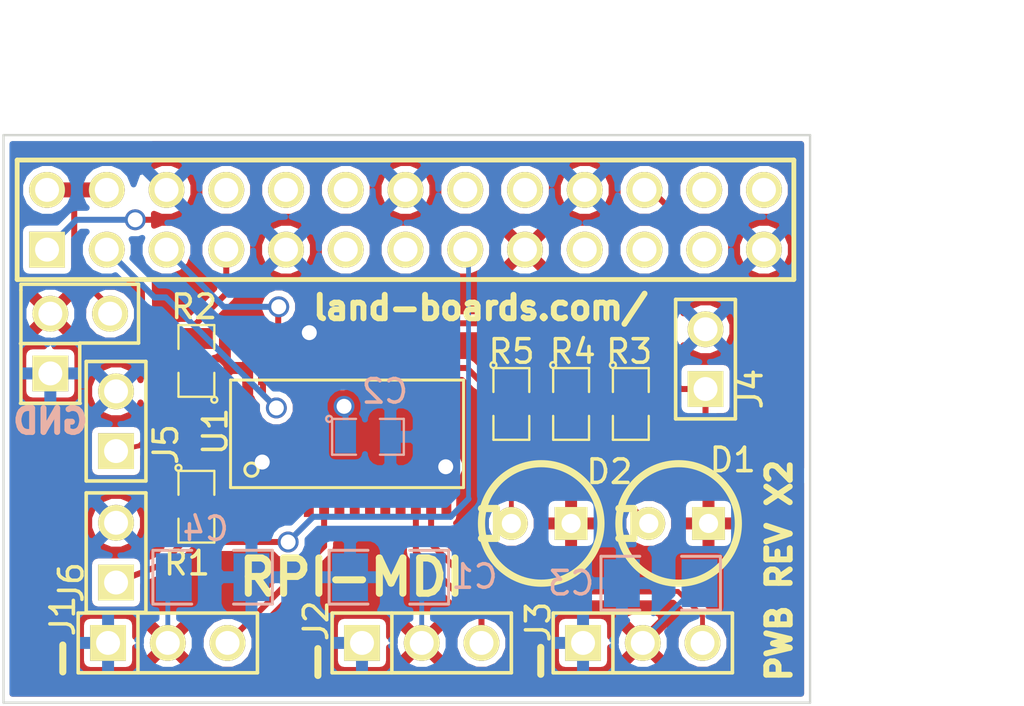
<source format=kicad_pcb>
(kicad_pcb (version 4) (host pcbnew "(after 2015-mar-04 BZR unknown)-product")

  (general
    (links 55)
    (no_connects 0)
    (area 41.398372 24.610001 91.405714 56.6)
    (thickness 1.6)
    (drawings 17)
    (tracks 101)
    (zones 0)
    (modules 20)
    (nets 17)
  )

  (page A3)
  (layers
    (0 F.Cu signal)
    (31 B.Cu signal)
    (36 B.SilkS user)
    (37 F.SilkS user)
    (38 B.Mask user)
    (39 F.Mask user)
    (40 Dwgs.User user hide)
    (42 Eco1.User user)
    (44 Edge.Cuts user)
  )

  (setup
    (last_trace_width 0.254)
    (user_trace_width 0.2032)
    (user_trace_width 0.254)
    (user_trace_width 0.635)
    (trace_clearance 0.254)
    (zone_clearance 0.508)
    (zone_45_only no)
    (trace_min 0.2032)
    (segment_width 0.2)
    (edge_width 0.1)
    (via_size 0.889)
    (via_drill 0.635)
    (via_min_size 0.889)
    (via_min_drill 0.508)
    (uvia_size 0.508)
    (uvia_drill 0.127)
    (uvias_allowed no)
    (uvia_min_size 0.508)
    (uvia_min_drill 0.127)
    (pcb_text_width 0.3)
    (pcb_text_size 1.5 1.5)
    (mod_edge_width 0.15)
    (mod_text_size 1 1)
    (mod_text_width 0.15)
    (pad_size 1.524 1.524)
    (pad_drill 1.016)
    (pad_to_mask_clearance 0)
    (aux_axis_origin 0 0)
    (visible_elements 7FFFFF7F)
    (pcbplotparams
      (layerselection 0x00030_80000001)
      (usegerberextensions true)
      (excludeedgelayer true)
      (linewidth 0.150000)
      (plotframeref false)
      (viasonmask false)
      (mode 1)
      (useauxorigin false)
      (hpglpennumber 1)
      (hpglpenspeed 20)
      (hpglpendiameter 15)
      (hpglpenoverlay 2)
      (psnegative false)
      (psa4output false)
      (plotreference true)
      (plotvalue true)
      (plotinvisibletext false)
      (padsonsilk false)
      (subtractmaskfromsilk false)
      (outputformat 1)
      (mirror false)
      (drillshape 0)
      (scaleselection 1)
      (outputdirectory plots/))
  )

  (net 0 "")
  (net 1 /+3.3V)
  (net 2 /IO_22)
  (net 3 /IO_25)
  (net 4 /IO_4)
  (net 5 /R5)
  (net 6 /SCLK1)
  (net 7 /SDA1)
  (net 8 GND)
  (net 9 N-000001)
  (net 10 N-000002)
  (net 11 N-000003)
  (net 12 N-000004)
  (net 13 N-000005)
  (net 14 N-000006)
  (net 15 N-000007)
  (net 16 N-000009)

  (net_class Default "This is the default net class."
    (clearance 0.254)
    (trace_width 0.254)
    (via_dia 0.889)
    (via_drill 0.635)
    (uvia_dia 0.508)
    (uvia_drill 0.127)
    (add_net /+3.3V)
    (add_net /IO_22)
    (add_net /IO_25)
    (add_net /IO_4)
    (add_net /R5)
    (add_net /SCLK1)
    (add_net /SDA1)
    (add_net GND)
    (add_net N-000001)
    (add_net N-000002)
    (add_net N-000003)
    (add_net N-000004)
    (add_net N-000005)
    (add_net N-000006)
    (add_net N-000007)
    (add_net N-000009)
  )

  (net_class POWER025 ""
    (clearance 0.381)
    (trace_width 0.635)
    (via_dia 0.889)
    (via_drill 0.635)
    (uvia_dia 0.508)
    (uvia_drill 0.127)
  )

  (module pin_array_13x2 locked (layer F.Cu) (tedit 54774C35) (tstamp 53531AA9)
    (at 62.09 33.6)
    (descr "2 x 13 pins connector")
    (tags CONN)
    (path /53B16746)
    (fp_text reference P1 (at -15.312 3.512) (layer F.SilkS) hide
      (effects (font (size 1 1) (thickness 0.15)))
    )
    (fp_text value RASPIO (at 7.62 -3.81) (layer F.SilkS) hide
      (effects (font (size 1.016 1.016) (thickness 0.2032)))
    )
    (fp_line (start -16.51 2.54) (end 16.51 2.54) (layer F.SilkS) (width 0.2032))
    (fp_line (start 16.51 -2.54) (end -16.51 -2.54) (layer F.SilkS) (width 0.2032))
    (fp_line (start -16.51 -2.54) (end -16.51 2.54) (layer F.SilkS) (width 0.2032))
    (fp_line (start 16.51 2.54) (end 16.51 -2.54) (layer F.SilkS) (width 0.2032))
    (pad 1 thru_hole rect (at -15.24 1.27) (size 1.524 1.524) (drill 1.016) (layers *.Cu *.Mask F.SilkS)
      (net 1 /+3.3V))
    (pad 2 thru_hole circle (at -15.24 -1.27) (size 1.524 1.524) (drill 1.016) (layers *.Cu *.Mask F.SilkS)
      (net 16 N-000009))
    (pad 3 thru_hole circle (at -12.7 1.27) (size 1.524 1.524) (drill 1.016) (layers *.Cu *.Mask F.SilkS)
      (net 7 /SDA1))
    (pad 4 thru_hole circle (at -12.7 -1.27) (size 1.524 1.524) (drill 1.016) (layers *.Cu *.Mask F.SilkS)
      (net 16 N-000009))
    (pad 5 thru_hole circle (at -10.16 1.27) (size 1.524 1.524) (drill 1.016) (layers *.Cu *.Mask F.SilkS)
      (net 6 /SCLK1))
    (pad 6 thru_hole circle (at -10.16 -1.27) (size 1.524 1.524) (drill 1.016) (layers *.Cu *.Mask F.SilkS)
      (net 8 GND))
    (pad 7 thru_hole circle (at -7.62 1.27) (size 1.524 1.524) (drill 1.016) (layers *.Cu *.Mask F.SilkS)
      (net 4 /IO_4))
    (pad 8 thru_hole circle (at -7.62 -1.27) (size 1.524 1.524) (drill 1.016) (layers *.Cu *.Mask F.SilkS))
    (pad 9 thru_hole circle (at -5.08 1.27) (size 1.524 1.524) (drill 1.016) (layers *.Cu *.Mask F.SilkS)
      (net 8 GND))
    (pad 10 thru_hole circle (at -5.08 -1.27) (size 1.524 1.524) (drill 1.016) (layers *.Cu *.Mask F.SilkS))
    (pad 11 thru_hole circle (at -2.54 1.27) (size 1.524 1.524) (drill 1.016) (layers *.Cu *.Mask F.SilkS))
    (pad 12 thru_hole circle (at -2.54 -1.27) (size 1.524 1.524) (drill 1.016) (layers *.Cu *.Mask F.SilkS))
    (pad 13 thru_hole circle (at 0 1.27) (size 1.524 1.524) (drill 1.016) (layers *.Cu *.Mask F.SilkS))
    (pad 14 thru_hole circle (at 0 -1.27) (size 1.524 1.524) (drill 1.016) (layers *.Cu *.Mask F.SilkS)
      (net 8 GND))
    (pad 15 thru_hole circle (at 2.54 1.27) (size 1.524 1.524) (drill 1.016) (layers *.Cu *.Mask F.SilkS)
      (net 2 /IO_22))
    (pad 16 thru_hole circle (at 2.54 -1.27) (size 1.524 1.524) (drill 1.016) (layers *.Cu *.Mask F.SilkS))
    (pad 17 thru_hole circle (at 5.08 1.27) (size 1.524 1.524) (drill 1.016) (layers *.Cu *.Mask F.SilkS)
      (net 1 /+3.3V))
    (pad 18 thru_hole circle (at 5.08 -1.27) (size 1.524 1.524) (drill 1.016) (layers *.Cu *.Mask F.SilkS))
    (pad 19 thru_hole circle (at 7.62 1.27) (size 1.524 1.524) (drill 1.016) (layers *.Cu *.Mask F.SilkS))
    (pad 20 thru_hole circle (at 7.62 -1.27) (size 1.524 1.524) (drill 1.016) (layers *.Cu *.Mask F.SilkS)
      (net 8 GND))
    (pad 21 thru_hole circle (at 10.16 1.27) (size 1.524 1.524) (drill 1.016) (layers *.Cu *.Mask F.SilkS))
    (pad 22 thru_hole circle (at 10.16 -1.27) (size 1.524 1.524) (drill 1.016) (layers *.Cu *.Mask F.SilkS)
      (net 3 /IO_25))
    (pad 23 thru_hole circle (at 12.7 1.27) (size 1.524 1.524) (drill 1.016) (layers *.Cu *.Mask F.SilkS))
    (pad 24 thru_hole circle (at 12.7 -1.27) (size 1.524 1.524) (drill 1.016) (layers *.Cu *.Mask F.SilkS))
    (pad 25 thru_hole circle (at 15.24 1.27) (size 1.524 1.524) (drill 1.016) (layers *.Cu *.Mask F.SilkS)
      (net 8 GND))
    (pad 26 thru_hole circle (at 15.24 -1.27) (size 1.524 1.524) (drill 1.016) (layers *.Cu *.Mask F.SilkS))
    (model pin_array/pins_array_13x2.wrl
      (at (xyz 0 0 0))
      (scale (xyz 1 1 1))
      (rotate (xyz 0 0 0))
    )
  )

  (module PIN_ARRAY_3X1 (layer F.Cu) (tedit 5456DF60) (tstamp 53B15EB3)
    (at 72.178 51.59)
    (descr "Connecteur 3 pins")
    (tags "CONN DEV")
    (path /54281453)
    (fp_text reference J3 (at -4.445 -0.889 90) (layer F.SilkS)
      (effects (font (size 1 1) (thickness 0.15)))
    )
    (fp_text value CONN_3 (at 0 -2.159) (layer F.SilkS) hide
      (effects (font (size 1.016 1.016) (thickness 0.1524)))
    )
    (fp_line (start -3.81 1.27) (end -3.81 -1.27) (layer F.SilkS) (width 0.1524))
    (fp_line (start -3.81 -1.27) (end 3.81 -1.27) (layer F.SilkS) (width 0.1524))
    (fp_line (start 3.81 -1.27) (end 3.81 1.27) (layer F.SilkS) (width 0.1524))
    (fp_line (start 3.81 1.27) (end -3.81 1.27) (layer F.SilkS) (width 0.1524))
    (fp_line (start -1.27 -1.27) (end -1.27 1.27) (layer F.SilkS) (width 0.1524))
    (pad 1 thru_hole rect (at -2.54 0) (size 1.524 1.524) (drill 1.016) (layers *.Cu *.Mask F.SilkS)
      (net 8 GND))
    (pad 2 thru_hole circle (at 0 0) (size 1.524 1.524) (drill 1.016) (layers *.Cu *.Mask F.SilkS)
      (net 5 /R5))
    (pad 3 thru_hole circle (at 2.54 0) (size 1.524 1.524) (drill 1.016) (layers *.Cu *.Mask F.SilkS)
      (net 10 N-000002))
    (model pin_array/pins_array_3x1.wrl
      (at (xyz 0 0 0))
      (scale (xyz 1 1 1))
      (rotate (xyz 0 0 0))
    )
  )

  (module SM0805 (layer F.Cu) (tedit 54282E29) (tstamp 542819CB)
    (at 71.67 41.43 270)
    (path /5428225E)
    (attr smd)
    (fp_text reference R3 (at -2.23 0.07 360) (layer F.SilkS)
      (effects (font (size 1 1) (thickness 0.15)))
    )
    (fp_text value 3.9K (at 0 0.381 270) (layer F.SilkS) hide
      (effects (font (size 0.50038 0.50038) (thickness 0.10922)))
    )
    (fp_circle (center -1.651 0.762) (end -1.651 0.635) (layer F.SilkS) (width 0.09906))
    (fp_line (start -0.508 0.762) (end -1.524 0.762) (layer F.SilkS) (width 0.09906))
    (fp_line (start -1.524 0.762) (end -1.524 -0.762) (layer F.SilkS) (width 0.09906))
    (fp_line (start -1.524 -0.762) (end -0.508 -0.762) (layer F.SilkS) (width 0.09906))
    (fp_line (start 0.508 -0.762) (end 1.524 -0.762) (layer F.SilkS) (width 0.09906))
    (fp_line (start 1.524 -0.762) (end 1.524 0.762) (layer F.SilkS) (width 0.09906))
    (fp_line (start 1.524 0.762) (end 0.508 0.762) (layer F.SilkS) (width 0.09906))
    (pad 1 smd rect (at -0.9525 0 270) (size 0.889 1.397) (layers F.Cu F.Mask)
      (net 1 /+3.3V))
    (pad 2 smd rect (at 0.9525 0 270) (size 0.889 1.397) (layers F.Cu F.Mask)
      (net 3 /IO_25))
    (model smd/chip_cms.wrl
      (at (xyz 0 0 0))
      (scale (xyz 0.1 0.1 0.1))
      (rotate (xyz 0 0 0))
    )
  )

  (module SM0805 (layer F.Cu) (tedit 5428514D) (tstamp 542819D8)
    (at 53.2 39.6 90)
    (path /5428227F)
    (attr smd)
    (fp_text reference R2 (at 2.3 -0.1 180) (layer F.SilkS)
      (effects (font (size 1 1) (thickness 0.15)))
    )
    (fp_text value 3.9K (at 0 0.381 90) (layer F.SilkS) hide
      (effects (font (size 0.50038 0.50038) (thickness 0.10922)))
    )
    (fp_circle (center -1.651 0.762) (end -1.651 0.635) (layer F.SilkS) (width 0.09906))
    (fp_line (start -0.508 0.762) (end -1.524 0.762) (layer F.SilkS) (width 0.09906))
    (fp_line (start -1.524 0.762) (end -1.524 -0.762) (layer F.SilkS) (width 0.09906))
    (fp_line (start -1.524 -0.762) (end -0.508 -0.762) (layer F.SilkS) (width 0.09906))
    (fp_line (start 0.508 -0.762) (end 1.524 -0.762) (layer F.SilkS) (width 0.09906))
    (fp_line (start 1.524 -0.762) (end 1.524 0.762) (layer F.SilkS) (width 0.09906))
    (fp_line (start 1.524 0.762) (end 0.508 0.762) (layer F.SilkS) (width 0.09906))
    (pad 1 smd rect (at -0.9525 0 90) (size 0.889 1.397) (layers F.Cu F.Mask)
      (net 1 /+3.3V))
    (pad 2 smd rect (at 0.9525 0 90) (size 0.889 1.397) (layers F.Cu F.Mask)
      (net 4 /IO_4))
    (model smd/chip_cms.wrl
      (at (xyz 0 0 0))
      (scale (xyz 0.1 0.1 0.1))
      (rotate (xyz 0 0 0))
    )
  )

  (module SM0805 (layer F.Cu) (tedit 5428A2C3) (tstamp 542819E5)
    (at 53.2 45.8 270)
    (path /54282285)
    (attr smd)
    (fp_text reference R1 (at 2.4 0.4 360) (layer F.SilkS)
      (effects (font (size 1 1) (thickness 0.15)))
    )
    (fp_text value 3.9K (at -0.385 2.445 270) (layer F.SilkS) hide
      (effects (font (size 0.50038 0.50038) (thickness 0.10922)))
    )
    (fp_circle (center -1.651 0.762) (end -1.651 0.635) (layer F.SilkS) (width 0.09906))
    (fp_line (start -0.508 0.762) (end -1.524 0.762) (layer F.SilkS) (width 0.09906))
    (fp_line (start -1.524 0.762) (end -1.524 -0.762) (layer F.SilkS) (width 0.09906))
    (fp_line (start -1.524 -0.762) (end -0.508 -0.762) (layer F.SilkS) (width 0.09906))
    (fp_line (start 0.508 -0.762) (end 1.524 -0.762) (layer F.SilkS) (width 0.09906))
    (fp_line (start 1.524 -0.762) (end 1.524 0.762) (layer F.SilkS) (width 0.09906))
    (fp_line (start 1.524 0.762) (end 0.508 0.762) (layer F.SilkS) (width 0.09906))
    (pad 1 smd rect (at -0.9525 0 270) (size 0.889 1.397) (layers F.Cu F.Mask)
      (net 1 /+3.3V))
    (pad 2 smd rect (at 0.9525 0 270) (size 0.889 1.397) (layers F.Cu F.Mask)
      (net 2 /IO_22))
    (model smd/chip_cms.wrl
      (at (xyz 0 0 0))
      (scale (xyz 0.1 0.1 0.1))
      (rotate (xyz 0 0 0))
    )
  )

  (module SM0805 (layer F.Cu) (tedit 54282E25) (tstamp 542819F2)
    (at 69.13 41.43 270)
    (path /5428274E)
    (attr smd)
    (fp_text reference R4 (at -2.23 -0.07 360) (layer F.SilkS)
      (effects (font (size 1 1) (thickness 0.15)))
    )
    (fp_text value 120 (at 0 0.381 270) (layer F.SilkS) hide
      (effects (font (size 0.50038 0.50038) (thickness 0.10922)))
    )
    (fp_circle (center -1.651 0.762) (end -1.651 0.635) (layer F.SilkS) (width 0.09906))
    (fp_line (start -0.508 0.762) (end -1.524 0.762) (layer F.SilkS) (width 0.09906))
    (fp_line (start -1.524 0.762) (end -1.524 -0.762) (layer F.SilkS) (width 0.09906))
    (fp_line (start -1.524 -0.762) (end -0.508 -0.762) (layer F.SilkS) (width 0.09906))
    (fp_line (start 0.508 -0.762) (end 1.524 -0.762) (layer F.SilkS) (width 0.09906))
    (fp_line (start 1.524 -0.762) (end 1.524 0.762) (layer F.SilkS) (width 0.09906))
    (fp_line (start 1.524 0.762) (end 0.508 0.762) (layer F.SilkS) (width 0.09906))
    (pad 1 smd rect (at -0.9525 0 270) (size 0.889 1.397) (layers F.Cu F.Mask)
      (net 12 N-000004))
    (pad 2 smd rect (at 0.9525 0 270) (size 0.889 1.397) (layers F.Cu F.Mask)
      (net 14 N-000006))
    (model smd/chip_cms.wrl
      (at (xyz 0 0 0))
      (scale (xyz 0.1 0.1 0.1))
      (rotate (xyz 0 0 0))
    )
  )

  (module SM0805 (layer F.Cu) (tedit 54282E2E) (tstamp 542819FF)
    (at 66.59 41.43 270)
    (path /5428275D)
    (attr smd)
    (fp_text reference R5 (at -2.23 -0.01 360) (layer F.SilkS)
      (effects (font (size 1 1) (thickness 0.15)))
    )
    (fp_text value 120 (at 0.349999 0.944999 270) (layer F.SilkS) hide
      (effects (font (size 0.50038 0.50038) (thickness 0.10922)))
    )
    (fp_circle (center -1.651 0.762) (end -1.651 0.635) (layer F.SilkS) (width 0.09906))
    (fp_line (start -0.508 0.762) (end -1.524 0.762) (layer F.SilkS) (width 0.09906))
    (fp_line (start -1.524 0.762) (end -1.524 -0.762) (layer F.SilkS) (width 0.09906))
    (fp_line (start -1.524 -0.762) (end -0.508 -0.762) (layer F.SilkS) (width 0.09906))
    (fp_line (start 0.508 -0.762) (end 1.524 -0.762) (layer F.SilkS) (width 0.09906))
    (fp_line (start 1.524 -0.762) (end 1.524 0.762) (layer F.SilkS) (width 0.09906))
    (fp_line (start 1.524 0.762) (end 0.508 0.762) (layer F.SilkS) (width 0.09906))
    (pad 1 smd rect (at -0.9525 0 270) (size 0.889 1.397) (layers F.Cu F.Mask)
      (net 13 N-000005))
    (pad 2 smd rect (at 0.9525 0 270) (size 0.889 1.397) (layers F.Cu F.Mask)
      (net 15 N-000007))
    (model smd/chip_cms.wrl
      (at (xyz 0 0 0))
      (scale (xyz 0.1 0.1 0.1))
      (rotate (xyz 0 0 0))
    )
  )

  (module PIN_ARRAY_3X1 (layer F.Cu) (tedit 5456DF59) (tstamp 53B15E9B)
    (at 62.78 51.59)
    (descr "Connecteur 3 pins")
    (tags "CONN DEV")
    (path /5428144D)
    (fp_text reference J2 (at -4.4958 -0.9398 90) (layer F.SilkS)
      (effects (font (size 1 1) (thickness 0.15)))
    )
    (fp_text value CONN_3 (at 0 -2.159) (layer F.SilkS) hide
      (effects (font (size 1.016 1.016) (thickness 0.1524)))
    )
    (fp_line (start -3.81 1.27) (end -3.81 -1.27) (layer F.SilkS) (width 0.1524))
    (fp_line (start -3.81 -1.27) (end 3.81 -1.27) (layer F.SilkS) (width 0.1524))
    (fp_line (start 3.81 -1.27) (end 3.81 1.27) (layer F.SilkS) (width 0.1524))
    (fp_line (start 3.81 1.27) (end -3.81 1.27) (layer F.SilkS) (width 0.1524))
    (fp_line (start -1.27 -1.27) (end -1.27 1.27) (layer F.SilkS) (width 0.1524))
    (pad 1 thru_hole rect (at -2.54 0) (size 1.524 1.524) (drill 1.016) (layers *.Cu *.Mask F.SilkS)
      (net 8 GND))
    (pad 2 thru_hole circle (at 0 0) (size 1.524 1.524) (drill 1.016) (layers *.Cu *.Mask F.SilkS)
      (net 5 /R5))
    (pad 3 thru_hole circle (at 2.54 0) (size 1.524 1.524) (drill 1.016) (layers *.Cu *.Mask F.SilkS)
      (net 11 N-000003))
    (model pin_array/pins_array_3x1.wrl
      (at (xyz 0 0 0))
      (scale (xyz 1 1 1))
      (rotate (xyz 0 0 0))
    )
  )

  (module PIN_ARRAY_2X1 (layer F.Cu) (tedit 54774283) (tstamp 53B15EBF)
    (at 49.784 42.164 90)
    (descr "Connecteurs 2 pins")
    (tags "CONN DEV")
    (path /54282250)
    (fp_text reference J5 (at -0.988 2.117 90) (layer F.SilkS)
      (effects (font (size 1 1) (thickness 0.15)))
    )
    (fp_text value CONN_2 (at 0 -1.905 90) (layer F.SilkS) hide
      (effects (font (size 0.762 0.762) (thickness 0.1524)))
    )
    (fp_line (start -2.54 1.27) (end -2.54 -1.27) (layer F.SilkS) (width 0.1524))
    (fp_line (start -2.54 -1.27) (end 2.54 -1.27) (layer F.SilkS) (width 0.1524))
    (fp_line (start 2.54 -1.27) (end 2.54 1.27) (layer F.SilkS) (width 0.1524))
    (fp_line (start 2.54 1.27) (end -2.54 1.27) (layer F.SilkS) (width 0.1524))
    (pad 1 thru_hole rect (at -1.27 0 90) (size 1.524 1.524) (drill 1.016) (layers *.Cu *.Mask F.SilkS)
      (net 4 /IO_4))
    (pad 2 thru_hole circle (at 1.27 0 90) (size 1.524 1.524) (drill 1.016) (layers *.Cu *.Mask F.SilkS)
      (net 8 GND))
    (model pin_array/pins_array_2x1.wrl
      (at (xyz 0 0 0))
      (scale (xyz 1 1 1))
      (rotate (xyz 0 0 0))
    )
  )

  (module PIN_ARRAY_2X1 (layer F.Cu) (tedit 54281DA0) (tstamp 53B15EE3)
    (at 49.784 47.752 90)
    (descr "Connecteurs 2 pins")
    (tags "CONN DEV")
    (path /54282256)
    (fp_text reference J6 (at -1.27 -1.905 90) (layer F.SilkS)
      (effects (font (size 1 1) (thickness 0.15)))
    )
    (fp_text value CONN_2 (at 0 -1.905 90) (layer F.SilkS) hide
      (effects (font (size 0.762 0.762) (thickness 0.1524)))
    )
    (fp_line (start -2.54 1.27) (end -2.54 -1.27) (layer F.SilkS) (width 0.1524))
    (fp_line (start -2.54 -1.27) (end 2.54 -1.27) (layer F.SilkS) (width 0.1524))
    (fp_line (start 2.54 -1.27) (end 2.54 1.27) (layer F.SilkS) (width 0.1524))
    (fp_line (start 2.54 1.27) (end -2.54 1.27) (layer F.SilkS) (width 0.1524))
    (pad 1 thru_hole rect (at -1.27 0 90) (size 1.524 1.524) (drill 1.016) (layers *.Cu *.Mask F.SilkS)
      (net 2 /IO_22))
    (pad 2 thru_hole circle (at 1.27 0 90) (size 1.524 1.524) (drill 1.016) (layers *.Cu *.Mask F.SilkS)
      (net 8 GND))
    (model pin_array/pins_array_2x1.wrl
      (at (xyz 0 0 0))
      (scale (xyz 1 1 1))
      (rotate (xyz 0 0 0))
    )
  )

  (module PIN_ARRAY_3X1 (layer F.Cu) (tedit 5456DF51) (tstamp 53B18B5A)
    (at 51.985 51.59)
    (descr "Connecteur 3 pins")
    (tags "CONN DEV")
    (path /54281420)
    (fp_text reference J1 (at -4.4704 -1.143 90) (layer F.SilkS)
      (effects (font (size 1 1) (thickness 0.15)))
    )
    (fp_text value CONN_3 (at 0 -2.159) (layer F.SilkS) hide
      (effects (font (size 1.016 1.016) (thickness 0.1524)))
    )
    (fp_line (start -3.81 1.27) (end -3.81 -1.27) (layer F.SilkS) (width 0.1524))
    (fp_line (start -3.81 -1.27) (end 3.81 -1.27) (layer F.SilkS) (width 0.1524))
    (fp_line (start 3.81 -1.27) (end 3.81 1.27) (layer F.SilkS) (width 0.1524))
    (fp_line (start 3.81 1.27) (end -3.81 1.27) (layer F.SilkS) (width 0.1524))
    (fp_line (start -1.27 -1.27) (end -1.27 1.27) (layer F.SilkS) (width 0.1524))
    (pad 1 thru_hole rect (at -2.54 0) (size 1.524 1.524) (drill 1.016) (layers *.Cu *.Mask F.SilkS)
      (net 8 GND))
    (pad 2 thru_hole circle (at 0 0) (size 1.524 1.524) (drill 1.016) (layers *.Cu *.Mask F.SilkS)
      (net 5 /R5))
    (pad 3 thru_hole circle (at 2.54 0) (size 1.524 1.524) (drill 1.016) (layers *.Cu *.Mask F.SilkS)
      (net 9 N-000001))
    (model pin_array/pins_array_3x1.wrl
      (at (xyz 0 0 0))
      (scale (xyz 1 1 1))
      (rotate (xyz 0 0 0))
    )
  )

  (module PIN_ARRAY_2X1 (layer F.Cu) (tedit 54281DA6) (tstamp 53B15EA7)
    (at 74.845 39.525 90)
    (descr "Connecteurs 2 pins")
    (tags "CONN DEV")
    (path /5428223E)
    (fp_text reference J4 (at -1.27 1.905 90) (layer F.SilkS)
      (effects (font (size 1 1) (thickness 0.15)))
    )
    (fp_text value CONN_2 (at 0 -1.905 90) (layer F.SilkS) hide
      (effects (font (size 0.762 0.762) (thickness 0.1524)))
    )
    (fp_line (start -2.54 1.27) (end -2.54 -1.27) (layer F.SilkS) (width 0.1524))
    (fp_line (start -2.54 -1.27) (end 2.54 -1.27) (layer F.SilkS) (width 0.1524))
    (fp_line (start 2.54 -1.27) (end 2.54 1.27) (layer F.SilkS) (width 0.1524))
    (fp_line (start 2.54 1.27) (end -2.54 1.27) (layer F.SilkS) (width 0.1524))
    (pad 1 thru_hole rect (at -1.27 0 90) (size 1.524 1.524) (drill 1.016) (layers *.Cu *.Mask F.SilkS)
      (net 3 /IO_25))
    (pad 2 thru_hole circle (at 1.27 0 90) (size 1.524 1.524) (drill 1.016) (layers *.Cu *.Mask F.SilkS)
      (net 8 GND))
    (model pin_array/pins_array_2x1.wrl
      (at (xyz 0 0 0))
      (scale (xyz 1 1 1))
      (rotate (xyz 0 0 0))
    )
  )

  (module tssop-28 (layer F.Cu) (tedit 54282E69) (tstamp 53B15E8F)
    (at 59.605 42.7)
    (descr TSSOP-28)
    (path /54281542)
    (clearance -0.002)
    (attr smd)
    (fp_text reference U1 (at -5.605 -0.1 90) (layer F.SilkS)
      (effects (font (size 1 1) (thickness 0.15)))
    )
    (fp_text value PCA9685 (at 0.31 -0.735) (layer F.SilkS) hide
      (effects (font (size 1.00076 1.00076) (thickness 0.14986)))
    )
    (fp_line (start 4.953 -2.286) (end -4.953 -2.286) (layer F.SilkS) (width 0.127))
    (fp_line (start -4.953 -2.286) (end -4.953 2.286) (layer F.SilkS) (width 0.127))
    (fp_line (start -4.953 2.286) (end 4.953 2.286) (layer F.SilkS) (width 0.127))
    (fp_line (start 4.953 2.286) (end 4.953 -2.286) (layer F.SilkS) (width 0.127))
    (fp_circle (center -4.064 1.524) (end -4.191 1.778) (layer F.SilkS) (width 0.127))
    (pad 7 smd rect (at -0.32512 2.79908) (size 0.4191 1.47066) (layers F.Cu F.Mask))
    (pad 8 smd rect (at 0.32512 2.79908) (size 0.4191 1.47066) (layers F.Cu F.Mask))
    (pad 9 smd rect (at 0.97536 2.79908) (size 0.4191 1.47066) (layers F.Cu F.Mask))
    (pad 10 smd rect (at 1.6256 2.79908) (size 0.4191 1.47066) (layers F.Cu F.Mask))
    (pad 25 smd rect (at -2.26568 -2.794) (size 0.4191 1.47066) (layers F.Cu F.Mask)
      (net 8 GND))
    (pad 4 smd rect (at -2.27584 2.79908) (size 0.4191 1.47066) (layers F.Cu F.Mask)
      (net 8 GND))
    (pad 5 smd rect (at -1.6256 2.79908) (size 0.4191 1.47066) (layers F.Cu F.Mask)
      (net 8 GND))
    (pad 6 smd rect (at -0.97536 2.79908) (size 0.4191 1.47066) (layers F.Cu F.Mask)
      (net 9 N-000001))
    (pad 18 smd rect (at 2.27584 -2.79908) (size 0.4191 1.47066) (layers F.Cu F.Mask))
    (pad 19 smd rect (at 1.6256 -2.79908) (size 0.4191 1.47066) (layers F.Cu F.Mask))
    (pad 20 smd rect (at 0.97536 -2.79908) (size 0.4191 1.47066) (layers F.Cu F.Mask))
    (pad 21 smd rect (at 0.32512 -2.79908) (size 0.4191 1.47066) (layers F.Cu F.Mask))
    (pad 22 smd rect (at -0.32512 -2.79908) (size 0.4191 1.47066) (layers F.Cu F.Mask))
    (pad 23 smd rect (at -0.97536 -2.79908) (size 0.4191 1.47066) (layers F.Cu F.Mask)
      (net 8 GND))
    (pad 11 smd rect (at 2.27584 2.79908) (size 0.4191 1.47066) (layers F.Cu F.Mask))
    (pad 24 smd rect (at -1.6256 -2.794) (size 0.4191 1.47066) (layers F.Cu F.Mask)
      (net 8 GND))
    (pad 3 smd rect (at -2.92608 2.79908) (size 0.4191 1.47066) (layers F.Cu F.Mask)
      (net 8 GND))
    (pad 12 smd rect (at 2.92608 2.79908) (size 0.4191 1.47066) (layers F.Cu F.Mask)
      (net 11 N-000003))
    (pad 17 smd rect (at 2.92608 -2.79908) (size 0.4191 1.47066) (layers F.Cu F.Mask))
    (pad 26 smd rect (at -2.92608 -2.79908) (size 0.4191 1.47066) (layers F.Cu F.Mask)
      (net 6 /SCLK1))
    (pad 2 smd rect (at -3.57378 2.79908) (size 0.4191 1.47066) (layers F.Cu F.Mask)
      (net 8 GND))
    (pad 13 smd rect (at 3.57378 2.79908) (size 0.4191 1.47066) (layers F.Cu F.Mask)
      (net 10 N-000002))
    (pad 16 smd rect (at 3.57378 -2.79908) (size 0.4191 1.47066) (layers F.Cu F.Mask)
      (net 12 N-000004))
    (pad 27 smd rect (at -3.57378 -2.79908) (size 0.4191 1.47066) (layers F.Cu F.Mask)
      (net 7 /SDA1))
    (pad 1 smd rect (at -4.22402 2.79908) (size 0.4191 1.47066) (layers F.Cu F.Mask)
      (net 8 GND))
    (pad 14 smd rect (at 4.22402 2.79908) (size 0.4191 1.47066) (layers F.Cu F.Mask)
      (net 8 GND))
    (pad 15 smd rect (at 4.22402 -2.79908) (size 0.4191 1.47066) (layers F.Cu F.Mask)
      (net 13 N-000005))
    (pad 28 smd rect (at -4.22402 -2.79908) (size 0.4191 1.47066) (layers F.Cu F.Mask)
      (net 1 /+3.3V))
    (model smd/smd_dil/tssop-28.wrl
      (at (xyz 0 0 0))
      (scale (xyz 1 1 1))
      (rotate (xyz 0 0 0))
    )
  )

  (module SM1206 (layer B.Cu) (tedit 54774413) (tstamp 54283A6F)
    (at 61.383 48.796 180)
    (path /542838CA)
    (attr smd)
    (fp_text reference C1 (at -3.641 0.028 180) (layer B.SilkS)
      (effects (font (size 1 1) (thickness 0.15)) (justify mirror))
    )
    (fp_text value 106 (at 0 0 180) (layer B.SilkS) hide
      (effects (font (size 0.762 0.762) (thickness 0.127)) (justify mirror))
    )
    (fp_line (start -2.54 1.143) (end -2.54 -1.143) (layer B.SilkS) (width 0.127))
    (fp_line (start -2.54 -1.143) (end -0.889 -1.143) (layer B.SilkS) (width 0.127))
    (fp_line (start 0.889 1.143) (end 2.54 1.143) (layer B.SilkS) (width 0.127))
    (fp_line (start 2.54 1.143) (end 2.54 -1.143) (layer B.SilkS) (width 0.127))
    (fp_line (start 2.54 -1.143) (end 0.889 -1.143) (layer B.SilkS) (width 0.127))
    (fp_line (start -0.889 1.143) (end -2.54 1.143) (layer B.SilkS) (width 0.127))
    (pad 1 smd rect (at -1.651 0 180) (size 1.524 2.032) (layers B.Cu B.Mask)
      (net 5 /R5))
    (pad 2 smd rect (at 1.651 0 180) (size 1.524 2.032) (layers B.Cu B.Mask)
      (net 8 GND))
    (model smd/chip_cms.wrl
      (at (xyz 0 0 0))
      (scale (xyz 0.17 0.16 0.16))
      (rotate (xyz 0 0 0))
    )
  )

  (module LEDV (layer F.Cu) (tedit 54284FEE) (tstamp 5428A34B)
    (at 73.702 46.51 180)
    (descr "Led verticale diam 6mm")
    (tags "LED DEV")
    (path /5428282F)
    (fp_text reference D1 (at -2.3 2.7 180) (layer F.SilkS)
      (effects (font (size 1 1) (thickness 0.15)))
    )
    (fp_text value LED (at 0 -3.81 180) (layer F.SilkS) hide
      (effects (font (thickness 0.3048)))
    )
    (fp_circle (center 0 0) (end -2.54 0) (layer F.SilkS) (width 0.3048))
    (fp_line (start 2.54 -0.635) (end 1.905 -0.635) (layer F.SilkS) (width 0.3048))
    (fp_line (start 1.905 -0.635) (end 1.905 0.635) (layer F.SilkS) (width 0.3048))
    (fp_line (start 1.905 0.635) (end 2.54 0.635) (layer F.SilkS) (width 0.3048))
    (pad 1 thru_hole rect (at -1.27 0 180) (size 1.397 1.397) (drill 0.8128) (layers *.Cu *.Mask F.SilkS)
      (net 5 /R5))
    (pad 2 thru_hole circle (at 1.27 0 180) (size 1.397 1.397) (drill 0.8128) (layers *.Cu *.Mask F.SilkS)
      (net 14 N-000006))
    (model discret/led5_vertical.wrl
      (at (xyz 0 0 0))
      (scale (xyz 1 1 1))
      (rotate (xyz 0 0 0))
    )
  )

  (module LEDV (layer F.Cu) (tedit 54284FE8) (tstamp 5428A355)
    (at 67.86 46.51 180)
    (descr "Led verticale diam 6mm")
    (tags "LED DEV")
    (path /5428283E)
    (fp_text reference D2 (at -2.9 2.2 180) (layer F.SilkS)
      (effects (font (size 1 1) (thickness 0.15)))
    )
    (fp_text value LED (at 0 -3.81 180) (layer F.SilkS) hide
      (effects (font (thickness 0.3048)))
    )
    (fp_circle (center 0 0) (end -2.54 0) (layer F.SilkS) (width 0.3048))
    (fp_line (start 2.54 -0.635) (end 1.905 -0.635) (layer F.SilkS) (width 0.3048))
    (fp_line (start 1.905 -0.635) (end 1.905 0.635) (layer F.SilkS) (width 0.3048))
    (fp_line (start 1.905 0.635) (end 2.54 0.635) (layer F.SilkS) (width 0.3048))
    (pad 1 thru_hole rect (at -1.27 0 180) (size 1.397 1.397) (drill 0.8128) (layers *.Cu *.Mask F.SilkS)
      (net 5 /R5))
    (pad 2 thru_hole circle (at 1.27 0 180) (size 1.397 1.397) (drill 0.8128) (layers *.Cu *.Mask F.SilkS)
      (net 15 N-000007))
    (model discret/led5_vertical.wrl
      (at (xyz 0 0 0))
      (scale (xyz 1 1 1))
      (rotate (xyz 0 0 0))
    )
  )

  (module SM1206 (layer B.Cu) (tedit 5477441E) (tstamp 5456DD47)
    (at 53.89 48.796)
    (path /545393A5)
    (attr smd)
    (fp_text reference C4 (at -0.296 -2.06) (layer B.SilkS)
      (effects (font (size 1 1) (thickness 0.15)) (justify mirror))
    )
    (fp_text value 106 (at 0 0) (layer B.SilkS) hide
      (effects (font (size 0.762 0.762) (thickness 0.127)) (justify mirror))
    )
    (fp_line (start -2.54 1.143) (end -2.54 -1.143) (layer B.SilkS) (width 0.127))
    (fp_line (start -2.54 -1.143) (end -0.889 -1.143) (layer B.SilkS) (width 0.127))
    (fp_line (start 0.889 1.143) (end 2.54 1.143) (layer B.SilkS) (width 0.127))
    (fp_line (start 2.54 1.143) (end 2.54 -1.143) (layer B.SilkS) (width 0.127))
    (fp_line (start 2.54 -1.143) (end 0.889 -1.143) (layer B.SilkS) (width 0.127))
    (fp_line (start -0.889 1.143) (end -2.54 1.143) (layer B.SilkS) (width 0.127))
    (pad 1 smd rect (at -1.651 0) (size 1.524 2.032) (layers B.Cu B.Mask)
      (net 5 /R5))
    (pad 2 smd rect (at 1.651 0) (size 1.524 2.032) (layers B.Cu B.Mask)
      (net 8 GND))
    (model smd/chip_cms.wrl
      (at (xyz 0 0 0))
      (scale (xyz 0.17 0.16 0.16))
      (rotate (xyz 0 0 0))
    )
  )

  (module SM1206 (layer B.Cu) (tedit 547740C9) (tstamp 5456DD53)
    (at 72.94 49.05 180)
    (path /545393B3)
    (attr smd)
    (fp_text reference C3 (at 3.81 0 180) (layer B.SilkS)
      (effects (font (size 1 1) (thickness 0.15)) (justify mirror))
    )
    (fp_text value 106 (at 0 0 180) (layer B.SilkS) hide
      (effects (font (size 0.762 0.762) (thickness 0.127)) (justify mirror))
    )
    (fp_line (start -2.54 1.143) (end -2.54 -1.143) (layer B.SilkS) (width 0.127))
    (fp_line (start -2.54 -1.143) (end -0.889 -1.143) (layer B.SilkS) (width 0.127))
    (fp_line (start 0.889 1.143) (end 2.54 1.143) (layer B.SilkS) (width 0.127))
    (fp_line (start 2.54 1.143) (end 2.54 -1.143) (layer B.SilkS) (width 0.127))
    (fp_line (start 2.54 -1.143) (end 0.889 -1.143) (layer B.SilkS) (width 0.127))
    (fp_line (start -0.889 1.143) (end -2.54 1.143) (layer B.SilkS) (width 0.127))
    (pad 1 smd rect (at -1.651 0 180) (size 1.524 2.032) (layers B.Cu B.Mask)
      (net 5 /R5))
    (pad 2 smd rect (at 1.651 0 180) (size 1.524 2.032) (layers B.Cu B.Mask)
      (net 8 GND))
    (model smd/chip_cms.wrl
      (at (xyz 0 0 0))
      (scale (xyz 0.17 0.16 0.16))
      (rotate (xyz 0 0 0))
    )
  )

  (module SM0805 (layer B.Cu) (tedit 5477442D) (tstamp 5456DD93)
    (at 60.494 42.827)
    (path /5453924F)
    (attr smd)
    (fp_text reference C2 (at 0.72 -1.933) (layer B.SilkS)
      (effects (font (size 1 1) (thickness 0.15)) (justify mirror))
    )
    (fp_text value 104 (at 0 -0.381) (layer B.SilkS) hide
      (effects (font (size 0.50038 0.50038) (thickness 0.10922)) (justify mirror))
    )
    (fp_circle (center -1.651 -0.762) (end -1.651 -0.635) (layer B.SilkS) (width 0.09906))
    (fp_line (start -0.508 -0.762) (end -1.524 -0.762) (layer B.SilkS) (width 0.09906))
    (fp_line (start -1.524 -0.762) (end -1.524 0.762) (layer B.SilkS) (width 0.09906))
    (fp_line (start -1.524 0.762) (end -0.508 0.762) (layer B.SilkS) (width 0.09906))
    (fp_line (start 0.508 0.762) (end 1.524 0.762) (layer B.SilkS) (width 0.09906))
    (fp_line (start 1.524 0.762) (end 1.524 -0.762) (layer B.SilkS) (width 0.09906))
    (fp_line (start 1.524 -0.762) (end 0.508 -0.762) (layer B.SilkS) (width 0.09906))
    (pad 1 smd rect (at -0.9525 0) (size 0.889 1.397) (layers B.Cu B.Mask)
      (net 1 /+3.3V))
    (pad 2 smd rect (at 0.9525 0) (size 0.889 1.397) (layers B.Cu B.Mask)
      (net 8 GND))
    (model smd/chip_cms.wrl
      (at (xyz 0 0 0))
      (scale (xyz 0.1 0.1 0.1))
      (rotate (xyz 0 0 0))
    )
  )

  (module PIN_ARRAY_3P_L (layer F.Cu) (tedit 54774C2C) (tstamp 547750AA)
    (at 46.99 37.592 90)
    (descr "Connecteur 3 pins")
    (tags "CONN DEV")
    (path /547747CA)
    (fp_text reference J8 (at 0.254 -2.159 90) (layer F.SilkS) hide
      (effects (font (size 1.016 1.016) (thickness 0.1524)))
    )
    (fp_text value CONN_3 (at 0 -2.159 90) (layer F.SilkS) hide
      (effects (font (size 1.016 1.016) (thickness 0.1524)))
    )
    (fp_line (start -3.75 1.25) (end -1.25 1.25) (layer F.SilkS) (width 0.15))
    (fp_line (start -3.75 -1.25) (end 1 -1.25) (layer F.SilkS) (width 0.15))
    (fp_line (start 1 -1.25) (end 1.25 -1.25) (layer F.SilkS) (width 0.15))
    (fp_line (start 1.25 -1.25) (end 1.25 3.75) (layer F.SilkS) (width 0.15))
    (fp_line (start 1.25 3.75) (end -1.25 3.75) (layer F.SilkS) (width 0.15))
    (fp_line (start -1.25 3.75) (end -1.25 1.25) (layer F.SilkS) (width 0.15))
    (fp_line (start -3.81 1.27) (end -3.81 -1.27) (layer F.SilkS) (width 0.1524))
    (fp_line (start -1.27 -1.27) (end -1.27 1.27) (layer F.SilkS) (width 0.1524))
    (pad 1 thru_hole rect (at -2.54 0 90) (size 1.524 1.524) (drill 1.016) (layers *.Cu *.Mask F.SilkS)
      (net 8 GND))
    (pad 2 thru_hole circle (at 0 0 90) (size 1.524 1.524) (drill 1.016) (layers *.Cu *.Mask F.SilkS)
      (net 5 /R5))
    (pad 3 thru_hole circle (at 0 2.54 90) (size 1.524 1.524) (drill 1.016) (layers *.Cu *.Mask F.SilkS)
      (net 16 N-000009))
    (model pin_array/pins_array_3x1.wrl
      (at (xyz 0 0 0))
      (scale (xyz 1 1 1))
      (rotate (xyz 0 0 0))
    )
  )

  (gr_text GND (at 46.99 42.164) (layer B.SilkS)
    (effects (font (size 1.016 1.016) (thickness 0.254)) (justify mirror))
  )
  (gr_text - (at 47.413 52.2504 90) (layer F.SilkS)
    (effects (font (size 1.5 1.5) (thickness 0.3)) (justify mirror))
  )
  (gr_text - (at 58.2588 52.4028 90) (layer F.SilkS)
    (effects (font (size 1.5 1.5) (thickness 0.3)) (justify mirror))
  )
  (gr_text - (at 67.733 52.352 90) (layer F.SilkS)
    (effects (font (size 1.5 1.5) (thickness 0.3)) (justify mirror))
  )
  (gr_text "RasPi Connector" (at 63.415 29.365) (layer Dwgs.User)
    (effects (font (size 1.5 1.5) (thickness 0.3)))
  )
  (gr_text "(2) LEDs" (at 80.56 45.24 90) (layer Dwgs.User)
    (effects (font (size 1.5 1.5) (thickness 0.3)))
  )
  (gr_text "(3) Switch Inputs" (at 43.095 41.43 90) (layer Dwgs.User)
    (effects (font (size 1.5 1.5) (thickness 0.3)))
  )
  (gr_text "(3) Right Angle Servo Connectors" (at 62.145 55.4) (layer Dwgs.User)
    (effects (font (size 1.5 1.5) (thickness 0.3)))
  )
  (gr_text RPI-MDI (at 59.8 48.8) (layer F.SilkS)
    (effects (font (size 1.5 1.5) (thickness 0.3)))
  )
  (dimension 24.13 (width 0.3) (layer Eco1.User)
    (gr_text "0.9500 in" (at 85.719999 42.065 270) (layer Eco1.User)
      (effects (font (size 1.5 1.5) (thickness 0.3)))
    )
    (feature1 (pts (xy 79.29 54.13) (xy 87.069999 54.13)))
    (feature2 (pts (xy 79.29 30) (xy 87.069999 30)))
    (crossbar (pts (xy 84.369999 30) (xy 84.369999 54.13)))
    (arrow1a (pts (xy 84.369999 54.13) (xy 83.783579 53.003497)))
    (arrow1b (pts (xy 84.369999 54.13) (xy 84.956419 53.003497)))
    (arrow2a (pts (xy 84.369999 30) (xy 83.783579 31.126503)))
    (arrow2b (pts (xy 84.369999 30) (xy 84.956419 31.126503)))
  )
  (dimension 34.29 (width 0.3) (layer Eco1.User)
    (gr_text "1.3500 in" (at 62.145 26.110001) (layer Eco1.User)
      (effects (font (size 1.5 1.5) (thickness 0.3)))
    )
    (feature1 (pts (xy 45 30) (xy 45 24.760001)))
    (feature2 (pts (xy 79.29 30) (xy 79.29 24.760001)))
    (crossbar (pts (xy 79.29 27.460001) (xy 45 27.460001)))
    (arrow1a (pts (xy 45 27.460001) (xy 46.126503 26.873581)))
    (arrow1b (pts (xy 45 27.460001) (xy 46.126503 28.046421)))
    (arrow2a (pts (xy 79.29 27.460001) (xy 78.163497 26.873581)))
    (arrow2b (pts (xy 79.29 27.460001) (xy 78.163497 28.046421)))
  )
  (gr_line (start 79.29 54.13) (end 79.29 30) (angle 90) (layer Edge.Cuts) (width 0.1))
  (gr_line (start 45 30) (end 45 54.13) (angle 90) (layer Edge.Cuts) (width 0.1))
  (gr_line (start 79.29 54.13) (end 45 54.13) (angle 90) (layer Edge.Cuts) (width 0.1))
  (gr_line (start 45 30) (end 79.29 30) (angle 90) (layer Edge.Cuts) (width 0.1))
  (gr_text "PWB REV X2" (at 77.978 48.514 90) (layer F.SilkS)
    (effects (font (size 1 1) (thickness 0.25)))
  )
  (gr_text land-boards.com/ (at 65.278 37.338) (layer F.SilkS)
    (effects (font (size 1 1) (thickness 0.25)))
  )

  (segment (start 46.85 34.87) (end 46.85 34.85) (width 0.254) (layer B.Cu) (net 1))
  (via (at 50.6 33.6) (size 0.889) (layers F.Cu B.Cu) (net 1))
  (segment (start 48.1 33.6) (end 50.6 33.6) (width 0.254) (layer B.Cu) (net 1) (tstamp 542849B7))
  (segment (start 46.85 34.85) (end 48.1 33.6) (width 0.254) (layer B.Cu) (net 1) (tstamp 542849B5))
  (segment (start 50.6 33.6) (end 51.4 33.6) (width 0.254) (layer F.Cu) (net 1))
  (segment (start 59.5415 41.5951) (end 59.478 41.5316) (width 0.254) (layer B.Cu) (net 1) (tstamp 5456DE5C))
  (via (at 59.478 41.5316) (size 0.889) (layers F.Cu B.Cu) (net 1))
  (segment (start 59.5415 42.827) (end 59.5415 41.5951) (width 0.254) (layer B.Cu) (net 1))
  (segment (start 53.2 46.7525) (end 53.4525 46.7525) (width 0.254) (layer F.Cu) (net 2))
  (via (at 57.1 47.3) (size 0.889) (layers F.Cu B.Cu) (net 2))
  (segment (start 54 47.3) (end 57.1 47.3) (width 0.254) (layer F.Cu) (net 2) (tstamp 542834B6))
  (segment (start 53.4525 46.7525) (end 54 47.3) (width 0.254) (layer F.Cu) (net 2) (tstamp 542834B4))
  (segment (start 51.6645 48.288) (end 53.2 46.7525) (width 0.254) (layer F.Cu) (net 2) (tstamp 54773C92))
  (segment (start 49.784 49.022) (end 51.6645 48.288) (width 0.254) (layer F.Cu) (net 2) (status 10))
  (segment (start 64.77 45.466) (end 64.77 35.01) (width 0.2032) (layer B.Cu) (net 2) (tstamp 547742C8))
  (segment (start 64.77 35.01) (end 64.63 34.87) (width 0.2032) (layer B.Cu) (net 2) (tstamp 547742CB))
  (segment (start 57.1 47.294) (end 58.166 46.228) (width 0.254) (layer B.Cu) (net 2) (tstamp 5477438A))
  (segment (start 58.166 46.228) (end 64.008 46.228) (width 0.254) (layer B.Cu) (net 2) (tstamp 5477438B))
  (segment (start 64.008 46.228) (end 64.77 45.466) (width 0.254) (layer B.Cu) (net 2) (tstamp 5477438E))
  (segment (start 57.1 47.3) (end 57.1 47.294) (width 0.254) (layer B.Cu) (net 2))
  (segment (start 74.5825 42.3825) (end 74.845 42.12) (width 0.254) (layer F.Cu) (net 3) (tstamp 54283201))
  (segment (start 74.845 42.12) (end 74.845 40.795) (width 0.254) (layer F.Cu) (net 3) (tstamp 54283203))
  (segment (start 71.67 42.3825) (end 74.5825 42.3825) (width 0.254) (layer F.Cu) (net 3))
  (segment (start 72.53 32.33) (end 73.4 33.2) (width 0.254) (layer F.Cu) (net 3) (tstamp 54283208))
  (segment (start 73.4 33.2) (end 73.4 40.4) (width 0.254) (layer F.Cu) (net 3) (tstamp 54283209))
  (segment (start 73.4 40.4) (end 73.795 40.795) (width 0.254) (layer F.Cu) (net 3) (tstamp 5428320B))
  (segment (start 73.795 40.795) (end 74.845 40.795) (width 0.254) (layer F.Cu) (net 3) (tstamp 5428320D))
  (segment (start 72.25 32.33) (end 72.53 32.33) (width 0.254) (layer F.Cu) (net 3))
  (segment (start 53.2 38) (end 54.47 36.73) (width 0.254) (layer F.Cu) (net 4) (tstamp 54284DA9))
  (segment (start 54.47 36.73) (end 54.47 34.87) (width 0.254) (layer F.Cu) (net 4) (tstamp 54284DAA))
  (segment (start 53.2 38.6475) (end 53.2 38) (width 0.254) (layer F.Cu) (net 4))
  (segment (start 51.9525 38.6475) (end 53.2 38.6475) (width 0.254) (layer F.Cu) (net 4) (tstamp 54284DD4))
  (segment (start 51.9525 38.6475) (end 53.2 38.6475) (width 0.2032) (layer F.Cu) (net 4) (tstamp 5477422A))
  (segment (start 50.772 43.208) (end 51.308 42.672) (width 0.2032) (layer F.Cu) (net 4) (tstamp 54774226))
  (segment (start 51.308 42.672) (end 51.308 39.292) (width 0.2032) (layer F.Cu) (net 4) (tstamp 54774227))
  (segment (start 51.308 39.292) (end 51.9525 38.6475) (width 0.2032) (layer F.Cu) (net 4) (tstamp 54774229))
  (segment (start 49.784 43.434) (end 50.772 43.208) (width 0.2032) (layer F.Cu) (net 4) (status 10))
  (segment (start 62.78 49.05) (end 63.034 48.796) (width 0.2032) (layer B.Cu) (net 5) (tstamp 54774124))
  (segment (start 62.78 51.59) (end 62.78 49.05) (width 0.2032) (layer B.Cu) (net 5))
  (segment (start 51.985 49.05) (end 52.239 48.796) (width 0.2032) (layer B.Cu) (net 5) (tstamp 54774141))
  (segment (start 51.985 51.59) (end 51.985 49.05) (width 0.2032) (layer B.Cu) (net 5))
  (segment (start 72.178 51.463) (end 74.591 49.05) (width 0.2032) (layer B.Cu) (net 5) (tstamp 547742E8))
  (segment (start 72.178 51.59) (end 72.178 51.463) (width 0.2032) (layer B.Cu) (net 5))
  (segment (start 51.985 34.925) (end 51.93 34.87) (width 0.254) (layer F.Cu) (net 6) (tstamp 53B16921) (status 30))
  (segment (start 56.67892 37.32108) (end 56.7 37.3) (width 0.254) (layer F.Cu) (net 6) (tstamp 542833EB))
  (via (at 56.7 37.3) (size 0.889) (layers F.Cu B.Cu) (net 6))
  (segment (start 56.67892 39.90092) (end 56.67892 37.32108) (width 0.254) (layer F.Cu) (net 6))
  (segment (start 54.36 37.3) (end 51.93 34.87) (width 0.254) (layer B.Cu) (net 6) (tstamp 54284D48))
  (segment (start 56.7 37.3) (end 54.36 37.3) (width 0.254) (layer B.Cu) (net 6))
  (segment (start 56.03122 41.03122) (end 56.6 41.6) (width 0.254) (layer F.Cu) (net 7) (tstamp 54284D18))
  (via (at 56.6 41.6) (size 0.889) (layers F.Cu B.Cu) (net 7))
  (segment (start 56.6 41.6) (end 51.9 36.9) (width 0.254) (layer B.Cu) (net 7) (tstamp 54284D1B))
  (segment (start 51.9 36.9) (end 51.42 36.9) (width 0.254) (layer B.Cu) (net 7) (tstamp 54284D1C))
  (segment (start 51.42 36.9) (end 49.39 34.87) (width 0.254) (layer B.Cu) (net 7) (tstamp 54284D1F))
  (segment (start 56.03122 39.90092) (end 56.03122 41.03122) (width 0.254) (layer F.Cu) (net 7))
  (segment (start 57.9794 38.4206) (end 58 38.4) (width 0.254) (layer F.Cu) (net 8) (tstamp 542832DD))
  (segment (start 57.33932 39.06068) (end 57.33932 39.906) (width 0.254) (layer F.Cu) (net 8))
  (segment (start 57.33932 39.06068) (end 58 38.4) (width 0.254) (layer F.Cu) (net 8) (tstamp 542832BC))
  (segment (start 57.9794 39.906) (end 57.9794 38.4206) (width 0.254) (layer F.Cu) (net 8))
  (segment (start 58.62964 39.02964) (end 58 38.4) (width 0.254) (layer F.Cu) (net 8) (tstamp 542832E0))
  (via (at 58 38.4) (size 0.889) (layers F.Cu B.Cu) (net 8))
  (segment (start 58.62964 39.90092) (end 58.62964 39.02964) (width 0.254) (layer F.Cu) (net 8))
  (segment (start 63.82902 44.12902) (end 63.8 44.1) (width 0.254) (layer F.Cu) (net 8) (tstamp 542834D8))
  (via (at 63.8 44.1) (size 0.889) (layers F.Cu B.Cu) (net 8))
  (segment (start 63.82902 45.49908) (end 63.82902 44.12902) (width 0.254) (layer F.Cu) (net 8))
  (segment (start 57.32916 45.49908) (end 57.9794 45.49908) (width 0.254) (layer F.Cu) (net 8) (tstamp 542834EA))
  (segment (start 56.67892 45.49908) (end 57.32916 45.49908) (width 0.254) (layer F.Cu) (net 8) (tstamp 542834E9))
  (segment (start 56.03122 45.49908) (end 56.67892 45.49908) (width 0.254) (layer F.Cu) (net 8) (tstamp 542834E8))
  (segment (start 55.38098 45.49908) (end 56.03122 45.49908) (width 0.254) (layer F.Cu) (net 8))
  (segment (start 56.03122 43.93122) (end 56 43.9) (width 0.635) (layer F.Cu) (net 8) (tstamp 54284720))
  (via (at 56 43.9) (size 0.889) (layers F.Cu B.Cu) (net 8))
  (segment (start 56.03122 43.93122) (end 56 43.9) (width 0.254) (layer F.Cu) (net 8) (tstamp 54284758))
  (segment (start 56.03122 45.49908) (end 56.03122 43.93122) (width 0.254) (layer F.Cu) (net 8))
  (segment (start 58.62964 47.48536) (end 54.525 51.59) (width 0.254) (layer F.Cu) (net 9) (tstamp 54284BD8))
  (segment (start 58.62964 45.49908) (end 58.62964 47.48536) (width 0.254) (layer F.Cu) (net 9))
  (segment (start 63.17878 47.37878) (end 65.2 49.4) (width 0.254) (layer F.Cu) (net 10) (tstamp 54284BBB))
  (segment (start 65.2 49.4) (end 73.194 49.4) (width 0.254) (layer F.Cu) (net 10) (tstamp 54284BBE))
  (segment (start 63.17878 45.49908) (end 63.17878 47.37878) (width 0.254) (layer F.Cu) (net 10))
  (segment (start 73.671 49.4) (end 74.718 50.447) (width 0.2032) (layer F.Cu) (net 10) (tstamp 54773FAF))
  (segment (start 74.718 50.447) (end 74.718 51.59) (width 0.2032) (layer F.Cu) (net 10) (tstamp 54773FB0))
  (segment (start 73.194 49.4) (end 73.671 49.4) (width 0.2032) (layer F.Cu) (net 10))
  (segment (start 62.53108 47.73108) (end 65.32 50.52) (width 0.254) (layer F.Cu) (net 11) (tstamp 54283247))
  (segment (start 65.32 50.52) (end 65.32 51.59) (width 0.254) (layer F.Cu) (net 11) (tstamp 54283249))
  (segment (start 62.53108 45.49908) (end 62.53108 47.73108) (width 0.254) (layer F.Cu) (net 11))
  (segment (start 63.9 38) (end 68.2 38) (width 0.254) (layer F.Cu) (net 12) (tstamp 54284BE5))
  (segment (start 68.2 38) (end 69.13 38.93) (width 0.254) (layer F.Cu) (net 12) (tstamp 5428321E))
  (segment (start 69.13 38.93) (end 69.13 40.4775) (width 0.254) (layer F.Cu) (net 12) (tstamp 5428321F))
  (segment (start 63.17878 38.72122) (end 63.9 38) (width 0.254) (layer F.Cu) (net 12) (tstamp 54284BE1))
  (segment (start 63.17878 39.90092) (end 63.17878 38.72122) (width 0.254) (layer F.Cu) (net 12))
  (segment (start 65.2775 40.4775) (end 66.59 40.4775) (width 0.254) (layer F.Cu) (net 13) (tstamp 54283218))
  (segment (start 64.70092 39.90092) (end 65.2775 40.4775) (width 0.254) (layer F.Cu) (net 13) (tstamp 54283217))
  (segment (start 63.82902 39.90092) (end 64.70092 39.90092) (width 0.254) (layer F.Cu) (net 13))
  (segment (start 69.13 43.208) (end 70.4 44.478) (width 0.2032) (layer F.Cu) (net 14) (tstamp 54773EEF))
  (segment (start 70.4 44.478) (end 72.432 46.51) (width 0.2032) (layer F.Cu) (net 14) (tstamp 54773EF4))
  (segment (start 69.13 42.3825) (end 69.13 43.208) (width 0.2032) (layer F.Cu) (net 14))
  (segment (start 66.59 42.3825) (end 66.59 46.51) (width 0.2032) (layer F.Cu) (net 15))
  (segment (start 48.006 32.33) (end 49.39 32.33) (width 0.635) (layer F.Cu) (net 16) (tstamp 5477512E))
  (segment (start 46.85 32.33) (end 48.006 32.33) (width 0.635) (layer F.Cu) (net 16))
  (segment (start 49.53 37.338) (end 48.006 35.814) (width 0.254) (layer F.Cu) (net 16) (tstamp 54775129))
  (segment (start 48.006 35.814) (end 48.006 32.33) (width 0.254) (layer F.Cu) (net 16) (tstamp 5477512A))
  (segment (start 49.53 37.592) (end 49.53 37.338) (width 0.254) (layer F.Cu) (net 16))

  (zone (net 8) (net_name GND) (layer B.Cu) (tstamp 54282FAD) (hatch edge 0.508)
    (connect_pads (clearance 0.2032))
    (min_thickness 0.254)
    (fill yes (arc_segments 16) (thermal_gap 0.508) (thermal_bridge_width 0.508))
    (polygon
      (pts
        (xy 45 30) (xy 79.2 30) (xy 79.4 54.2) (xy 45 54)
      )
    )
    (filled_polygon
      (pts
        (xy 78.9098 53.7498) (xy 78.739144 53.7498) (xy 78.739144 35.077698) (xy 78.711362 34.522632) (xy 78.552397 34.138857)
        (xy 78.473198 34.11614) (xy 78.473198 32.103641) (xy 78.299554 31.683388) (xy 77.978303 31.361577) (xy 77.558354 31.187199)
        (xy 77.103641 31.186802) (xy 76.683388 31.360446) (xy 76.361577 31.681697) (xy 76.187199 32.101646) (xy 76.186802 32.556359)
        (xy 76.360446 32.976612) (xy 76.681697 33.298423) (xy 77.101646 33.472801) (xy 77.29566 33.47297) (xy 76.982632 33.488638)
        (xy 76.598857 33.647603) (xy 76.529392 33.889787) (xy 77.33 34.690395) (xy 78.130608 33.889787) (xy 78.061143 33.647603)
        (xy 77.563741 33.470147) (xy 77.976612 33.299554) (xy 78.298423 32.978303) (xy 78.472801 32.558354) (xy 78.473198 32.103641)
        (xy 78.473198 34.11614) (xy 78.310213 34.069392) (xy 77.509605 34.87) (xy 78.310213 35.670608) (xy 78.552397 35.601143)
        (xy 78.739144 35.077698) (xy 78.739144 53.7498) (xy 78.130608 53.7498) (xy 78.130608 35.850213) (xy 77.33 35.049605)
        (xy 77.150395 35.22921) (xy 77.150395 34.87) (xy 76.349787 34.069392) (xy 76.107603 34.138857) (xy 75.933198 34.627706)
        (xy 75.933198 32.103641) (xy 75.759554 31.683388) (xy 75.438303 31.361577) (xy 75.018354 31.187199) (xy 74.563641 31.186802)
        (xy 74.143388 31.360446) (xy 73.821577 31.681697) (xy 73.647199 32.101646) (xy 73.646802 32.556359) (xy 73.820446 32.976612)
        (xy 74.141697 33.298423) (xy 74.561646 33.472801) (xy 75.016359 33.473198) (xy 75.436612 33.299554) (xy 75.758423 32.978303)
        (xy 75.932801 32.558354) (xy 75.933198 32.103641) (xy 75.933198 34.627706) (xy 75.930147 34.636258) (xy 75.759554 34.223388)
        (xy 75.438303 33.901577) (xy 75.018354 33.727199) (xy 74.563641 33.726802) (xy 74.143388 33.900446) (xy 73.821577 34.221697)
        (xy 73.647199 34.641646) (xy 73.646802 35.096359) (xy 73.820446 35.516612) (xy 74.141697 35.838423) (xy 74.561646 36.012801)
        (xy 75.016359 36.013198) (xy 75.436612 35.839554) (xy 75.758423 35.518303) (xy 75.932801 35.098354) (xy 75.93297 34.904339)
        (xy 75.948638 35.217368) (xy 76.107603 35.601143) (xy 76.349787 35.670608) (xy 77.150395 34.87) (xy 77.150395 35.22921)
        (xy 76.529392 35.850213) (xy 76.598857 36.092397) (xy 77.122302 36.279144) (xy 77.677368 36.251362) (xy 78.061143 36.092397)
        (xy 78.130608 35.850213) (xy 78.130608 53.7498) (xy 76.254144 53.7498) (xy 76.254144 38.462698) (xy 76.226362 37.907632)
        (xy 76.067397 37.523857) (xy 75.825213 37.454392) (xy 75.645608 37.633997) (xy 75.645608 37.274787) (xy 75.576143 37.032603)
        (xy 75.052698 36.845856) (xy 74.497632 36.873638) (xy 74.113857 37.032603) (xy 74.044392 37.274787) (xy 74.845 38.075395)
        (xy 75.645608 37.274787) (xy 75.645608 37.633997) (xy 75.024605 38.255) (xy 75.825213 39.055608) (xy 76.067397 38.986143)
        (xy 76.254144 38.462698) (xy 76.254144 53.7498) (xy 76.058964 53.7498) (xy 76.058964 47.2085) (xy 76.058964 45.8115)
        (xy 76.030778 45.666226) (xy 75.995464 45.612467) (xy 75.995464 41.557) (xy 75.995464 40.033) (xy 75.967278 39.887726)
        (xy 75.883404 39.760044) (xy 75.756784 39.674574) (xy 75.607 39.644536) (xy 75.029056 39.644536) (xy 75.192368 39.636362)
        (xy 75.576143 39.477397) (xy 75.645608 39.235213) (xy 74.845 38.434605) (xy 74.665395 38.61421) (xy 74.665395 38.255)
        (xy 73.864787 37.454392) (xy 73.622603 37.523857) (xy 73.435856 38.047302) (xy 73.463638 38.602368) (xy 73.622603 38.986143)
        (xy 73.864787 39.055608) (xy 74.665395 38.255) (xy 74.665395 38.61421) (xy 74.044392 39.235213) (xy 74.113857 39.477397)
        (xy 74.582341 39.644536) (xy 74.083 39.644536) (xy 73.937726 39.672722) (xy 73.810044 39.756596) (xy 73.724574 39.883216)
        (xy 73.694536 40.033) (xy 73.694536 41.557) (xy 73.722722 41.702274) (xy 73.806596 41.829956) (xy 73.933216 41.915426)
        (xy 74.083 41.945464) (xy 75.607 41.945464) (xy 75.752274 41.917278) (xy 75.879956 41.833404) (xy 75.965426 41.706784)
        (xy 75.995464 41.557) (xy 75.995464 45.612467) (xy 75.946904 45.538544) (xy 75.820284 45.453074) (xy 75.6705 45.423036)
        (xy 74.2735 45.423036) (xy 74.128226 45.451222) (xy 74.000544 45.535096) (xy 73.915074 45.661716) (xy 73.885036 45.8115)
        (xy 73.885036 47.2085) (xy 73.913222 47.353774) (xy 73.997096 47.481456) (xy 74.123716 47.566926) (xy 74.2735 47.596964)
        (xy 75.6705 47.596964) (xy 75.815774 47.568778) (xy 75.943456 47.484904) (xy 76.028926 47.358284) (xy 76.058964 47.2085)
        (xy 76.058964 53.7498) (xy 75.861198 53.7498) (xy 75.861198 51.363641) (xy 75.687554 50.943388) (xy 75.366303 50.621577)
        (xy 74.96385 50.454464) (xy 75.353 50.454464) (xy 75.498274 50.426278) (xy 75.625956 50.342404) (xy 75.711426 50.215784)
        (xy 75.741464 50.066) (xy 75.741464 48.034) (xy 75.713278 47.888726) (xy 75.629404 47.761044) (xy 75.502784 47.675574)
        (xy 75.353 47.645536) (xy 73.829 47.645536) (xy 73.683726 47.673722) (xy 73.556044 47.757596) (xy 73.511687 47.823308)
        (xy 73.511687 46.296216) (xy 73.393198 46.009451) (xy 73.393198 34.643641) (xy 73.393198 32.103641) (xy 73.219554 31.683388)
        (xy 72.898303 31.361577) (xy 72.478354 31.187199) (xy 72.023641 31.186802) (xy 71.603388 31.360446) (xy 71.281577 31.681697)
        (xy 71.107199 32.101646) (xy 71.107029 32.29566) (xy 71.091362 31.982632) (xy 70.932397 31.598857) (xy 70.690213 31.529392)
        (xy 70.510608 31.708997) (xy 70.510608 31.349787) (xy 70.441143 31.107603) (xy 69.917698 30.920856) (xy 69.362632 30.948638)
        (xy 68.978857 31.107603) (xy 68.909392 31.349787) (xy 69.71 32.150395) (xy 70.510608 31.349787) (xy 70.510608 31.708997)
        (xy 69.889605 32.33) (xy 70.690213 33.130608) (xy 70.932397 33.061143) (xy 71.109852 32.563741) (xy 71.280446 32.976612)
        (xy 71.601697 33.298423) (xy 72.021646 33.472801) (xy 72.476359 33.473198) (xy 72.896612 33.299554) (xy 73.218423 32.978303)
        (xy 73.392801 32.558354) (xy 73.393198 32.103641) (xy 73.393198 34.643641) (xy 73.219554 34.223388) (xy 72.898303 33.901577)
        (xy 72.478354 33.727199) (xy 72.023641 33.726802) (xy 71.603388 33.900446) (xy 71.281577 34.221697) (xy 71.107199 34.641646)
        (xy 71.106802 35.096359) (xy 71.280446 35.516612) (xy 71.601697 35.838423) (xy 72.021646 36.012801) (xy 72.476359 36.013198)
        (xy 72.896612 35.839554) (xy 73.218423 35.518303) (xy 73.392801 35.098354) (xy 73.393198 34.643641) (xy 73.393198 46.009451)
        (xy 73.347689 45.899311) (xy 73.044286 45.595378) (xy 72.647668 45.430687) (xy 72.218216 45.430313) (xy 71.821311 45.594311)
        (xy 71.517378 45.897714) (xy 71.352687 46.294332) (xy 71.352313 46.723784) (xy 71.516311 47.120689) (xy 71.794136 47.399)
        (xy 71.57475 47.399) (xy 71.416 47.55775) (xy 71.416 48.923) (xy 72.52725 48.923) (xy 72.686 48.76425)
        (xy 72.686 48.160309) (xy 72.686 47.90769) (xy 72.589327 47.674301) (xy 72.504589 47.589564) (xy 72.645784 47.589687)
        (xy 73.042689 47.425689) (xy 73.346622 47.122286) (xy 73.511313 46.725668) (xy 73.511687 46.296216) (xy 73.511687 47.823308)
        (xy 73.470574 47.884216) (xy 73.440536 48.034) (xy 73.440536 49.517964) (xy 72.629296 50.329203) (xy 72.686 50.19231)
        (xy 72.686 49.939691) (xy 72.686 49.33575) (xy 72.52725 49.177) (xy 71.416 49.177) (xy 71.416 50.54225)
        (xy 71.512775 50.639025) (xy 71.209577 50.941697) (xy 71.162 51.056275) (xy 71.035199 51.361646) (xy 71.035 51.589575)
        (xy 71.035 51.462998) (xy 70.876252 51.462998) (xy 71.035 51.30425) (xy 71.035 50.954309) (xy 71.035 50.70169)
        (xy 71.025498 50.678751) (xy 71.162 50.54225) (xy 71.162 49.177) (xy 71.162 48.923) (xy 71.162 47.55775)
        (xy 71.00325 47.399) (xy 70.853198 47.399) (xy 70.853198 34.643641) (xy 70.679554 34.223388) (xy 70.358303 33.901577)
        (xy 69.938354 33.727199) (xy 69.744339 33.727029) (xy 70.057368 33.711362) (xy 70.441143 33.552397) (xy 70.510608 33.310213)
        (xy 69.71 32.509605) (xy 69.530395 32.68921) (xy 69.530395 32.33) (xy 68.729787 31.529392) (xy 68.487603 31.598857)
        (xy 68.310147 32.096258) (xy 68.139554 31.683388) (xy 67.818303 31.361577) (xy 67.398354 31.187199) (xy 66.943641 31.186802)
        (xy 66.523388 31.360446) (xy 66.201577 31.681697) (xy 66.027199 32.101646) (xy 66.026802 32.556359) (xy 66.200446 32.976612)
        (xy 66.521697 33.298423) (xy 66.941646 33.472801) (xy 67.396359 33.473198) (xy 67.816612 33.299554) (xy 68.138423 32.978303)
        (xy 68.312801 32.558354) (xy 68.31297 32.364339) (xy 68.328638 32.677368) (xy 68.487603 33.061143) (xy 68.729787 33.130608)
        (xy 69.530395 32.33) (xy 69.530395 32.68921) (xy 68.909392 33.310213) (xy 68.978857 33.552397) (xy 69.476258 33.729852)
        (xy 69.063388 33.900446) (xy 68.741577 34.221697) (xy 68.567199 34.641646) (xy 68.566802 35.096359) (xy 68.740446 35.516612)
        (xy 69.061697 35.838423) (xy 69.481646 36.012801) (xy 69.936359 36.013198) (xy 70.356612 35.839554) (xy 70.678423 35.518303)
        (xy 70.852801 35.098354) (xy 70.853198 34.643641) (xy 70.853198 47.399) (xy 70.400691 47.399) (xy 70.216964 47.475102)
        (xy 70.216964 47.2085) (xy 70.216964 45.8115) (xy 70.188778 45.666226) (xy 70.104904 45.538544) (xy 69.978284 45.453074)
        (xy 69.8285 45.423036) (xy 68.4315 45.423036) (xy 68.313198 45.445988) (xy 68.313198 34.643641) (xy 68.139554 34.223388)
        (xy 67.818303 33.901577) (xy 67.398354 33.727199) (xy 66.943641 33.726802) (xy 66.523388 33.900446) (xy 66.201577 34.221697)
        (xy 66.027199 34.641646) (xy 66.026802 35.096359) (xy 66.200446 35.516612) (xy 66.521697 35.838423) (xy 66.941646 36.012801)
        (xy 67.396359 36.013198) (xy 67.816612 35.839554) (xy 68.138423 35.518303) (xy 68.312801 35.098354) (xy 68.313198 34.643641)
        (xy 68.313198 45.445988) (xy 68.286226 45.451222) (xy 68.158544 45.535096) (xy 68.073074 45.661716) (xy 68.043036 45.8115)
        (xy 68.043036 47.2085) (xy 68.071222 47.353774) (xy 68.155096 47.481456) (xy 68.281716 47.566926) (xy 68.4315 47.596964)
        (xy 69.8285 47.596964) (xy 69.973774 47.568778) (xy 70.101456 47.484904) (xy 70.186926 47.358284) (xy 70.216964 47.2085)
        (xy 70.216964 47.475102) (xy 70.167302 47.495673) (xy 69.988673 47.674301) (xy 69.892 47.90769) (xy 69.892 48.160309)
        (xy 69.892 48.76425) (xy 70.05075 48.923) (xy 71.162 48.923) (xy 71.162 49.177) (xy 70.05075 49.177)
        (xy 69.892 49.33575) (xy 69.892 49.939691) (xy 69.892 50.19231) (xy 69.901501 50.215248) (xy 69.765 50.35175)
        (xy 69.765 51.463) (xy 69.785 51.463) (xy 69.785 51.717) (xy 69.765 51.717) (xy 69.765 52.82825)
        (xy 69.92375 52.987) (xy 70.526309 52.987) (xy 70.759698 52.890327) (xy 70.938327 52.711699) (xy 71.035 52.47831)
        (xy 71.035 52.225691) (xy 71.035 51.87575) (xy 70.876252 51.717002) (xy 71.034888 51.717002) (xy 71.034802 51.816359)
        (xy 71.208446 52.236612) (xy 71.529697 52.558423) (xy 71.949646 52.732801) (xy 72.404359 52.733198) (xy 72.824612 52.559554)
        (xy 73.146423 52.238303) (xy 73.320801 51.818354) (xy 73.321198 51.363641) (xy 73.215549 51.10795) (xy 73.869036 50.454464)
        (xy 74.473097 50.454464) (xy 74.071388 50.620446) (xy 73.749577 50.941697) (xy 73.575199 51.361646) (xy 73.574802 51.816359)
        (xy 73.748446 52.236612) (xy 74.069697 52.558423) (xy 74.489646 52.732801) (xy 74.944359 52.733198) (xy 75.364612 52.559554)
        (xy 75.686423 52.238303) (xy 75.860801 51.818354) (xy 75.861198 51.363641) (xy 75.861198 53.7498) (xy 71.035 53.7498)
        (xy 69.511 53.7498) (xy 69.511 52.82825) (xy 69.511 51.717) (xy 69.511 51.463) (xy 69.511 50.35175)
        (xy 69.35225 50.193) (xy 68.749691 50.193) (xy 68.516302 50.289673) (xy 68.337673 50.468301) (xy 68.241 50.70169)
        (xy 68.241 50.954309) (xy 68.241 51.30425) (xy 68.39975 51.463) (xy 69.511 51.463) (xy 69.511 51.717)
        (xy 68.39975 51.717) (xy 68.241 51.87575) (xy 68.241 52.225691) (xy 68.241 52.47831) (xy 68.337673 52.711699)
        (xy 68.516302 52.890327) (xy 68.749691 52.987) (xy 69.35225 52.987) (xy 69.511 52.82825) (xy 69.511 53.7498)
        (xy 67.669687 53.7498) (xy 67.669687 46.296216) (xy 67.505689 45.899311) (xy 67.202286 45.595378) (xy 66.805668 45.430687)
        (xy 66.376216 45.430313) (xy 65.979311 45.594311) (xy 65.773198 45.800064) (xy 65.773198 34.643641) (xy 65.773198 32.103641)
        (xy 65.599554 31.683388) (xy 65.278303 31.361577) (xy 64.858354 31.187199) (xy 64.403641 31.186802) (xy 63.983388 31.360446)
        (xy 63.661577 31.681697) (xy 63.487199 32.101646) (xy 63.487029 32.29566) (xy 63.471362 31.982632) (xy 63.312397 31.598857)
        (xy 63.070213 31.529392) (xy 62.890608 31.708997) (xy 62.890608 31.349787) (xy 62.821143 31.107603) (xy 62.297698 30.920856)
        (xy 61.742632 30.948638) (xy 61.358857 31.107603) (xy 61.289392 31.349787) (xy 62.09 32.150395) (xy 62.890608 31.349787)
        (xy 62.890608 31.708997) (xy 62.269605 32.33) (xy 63.070213 33.130608) (xy 63.312397 33.061143) (xy 63.489852 32.563741)
        (xy 63.660446 32.976612) (xy 63.981697 33.298423) (xy 64.401646 33.472801) (xy 64.856359 33.473198) (xy 65.276612 33.299554)
        (xy 65.598423 32.978303) (xy 65.772801 32.558354) (xy 65.773198 32.103641) (xy 65.773198 34.643641) (xy 65.599554 34.223388)
        (xy 65.278303 33.901577) (xy 64.858354 33.727199) (xy 64.403641 33.726802) (xy 63.983388 33.900446) (xy 63.661577 34.221697)
        (xy 63.487199 34.641646) (xy 63.486802 35.096359) (xy 63.660446 35.516612) (xy 63.981697 35.838423) (xy 64.2874 35.965361)
        (xy 64.2874 45.23018) (xy 63.79758 45.72) (xy 63.233198 45.72) (xy 63.233198 34.643641) (xy 63.059554 34.223388)
        (xy 62.738303 33.901577) (xy 62.318354 33.727199) (xy 62.124339 33.727029) (xy 62.437368 33.711362) (xy 62.821143 33.552397)
        (xy 62.890608 33.310213) (xy 62.09 32.509605) (xy 61.910395 32.68921) (xy 61.910395 32.33) (xy 61.109787 31.529392)
        (xy 60.867603 31.598857) (xy 60.690147 32.096258) (xy 60.519554 31.683388) (xy 60.198303 31.361577) (xy 59.778354 31.187199)
        (xy 59.323641 31.186802) (xy 58.903388 31.360446) (xy 58.581577 31.681697) (xy 58.407199 32.101646) (xy 58.406802 32.556359)
        (xy 58.580446 32.976612) (xy 58.901697 33.298423) (xy 59.321646 33.472801) (xy 59.776359 33.473198) (xy 60.196612 33.299554)
        (xy 60.518423 32.978303) (xy 60.692801 32.558354) (xy 60.69297 32.364339) (xy 60.708638 32.677368) (xy 60.867603 33.061143)
        (xy 61.109787 33.130608) (xy 61.910395 32.33) (xy 61.910395 32.68921) (xy 61.289392 33.310213) (xy 61.358857 33.552397)
        (xy 61.856258 33.729852) (xy 61.443388 33.900446) (xy 61.121577 34.221697) (xy 60.947199 34.641646) (xy 60.946802 35.096359)
        (xy 61.120446 35.516612) (xy 61.441697 35.838423) (xy 61.861646 36.012801) (xy 62.316359 36.013198) (xy 62.736612 35.839554)
        (xy 63.058423 35.518303) (xy 63.232801 35.098354) (xy 63.233198 34.643641) (xy 63.233198 45.72) (xy 62.526 45.72)
        (xy 62.526 43.65181) (xy 62.526 43.399191) (xy 62.526 43.11275) (xy 62.526 42.54125) (xy 62.526 42.254809)
        (xy 62.526 42.00219) (xy 62.429327 41.768801) (xy 62.250698 41.590173) (xy 62.017309 41.4935) (xy 61.73225 41.4935)
        (xy 61.5735 41.65225) (xy 61.5735 42.7) (xy 62.36725 42.7) (xy 62.526 42.54125) (xy 62.526 43.11275)
        (xy 62.36725 42.954) (xy 61.5735 42.954) (xy 61.5735 44.00175) (xy 61.73225 44.1605) (xy 62.017309 44.1605)
        (xy 62.250698 44.063827) (xy 62.429327 43.885199) (xy 62.526 43.65181) (xy 62.526 45.72) (xy 61.3195 45.72)
        (xy 61.3195 44.00175) (xy 61.3195 42.954) (xy 61.2995 42.954) (xy 61.2995 42.7) (xy 61.3195 42.7)
        (xy 61.3195 41.65225) (xy 61.16075 41.4935) (xy 60.875691 41.4935) (xy 60.693198 41.569091) (xy 60.693198 34.643641)
        (xy 60.519554 34.223388) (xy 60.198303 33.901577) (xy 59.778354 33.727199) (xy 59.323641 33.726802) (xy 58.903388 33.900446)
        (xy 58.581577 34.221697) (xy 58.407199 34.641646) (xy 58.407029 34.83566) (xy 58.391362 34.522632) (xy 58.232397 34.138857)
        (xy 58.153198 34.11614) (xy 58.153198 32.103641) (xy 57.979554 31.683388) (xy 57.658303 31.361577) (xy 57.238354 31.187199)
        (xy 56.783641 31.186802) (xy 56.363388 31.360446) (xy 56.041577 31.681697) (xy 55.867199 32.101646) (xy 55.866802 32.556359)
        (xy 56.040446 32.976612) (xy 56.361697 33.298423) (xy 56.781646 33.472801) (xy 56.97566 33.47297) (xy 56.662632 33.488638)
        (xy 56.278857 33.647603) (xy 56.209392 33.889787) (xy 57.01 34.690395) (xy 57.810608 33.889787) (xy 57.741143 33.647603)
        (xy 57.243741 33.470147) (xy 57.656612 33.299554) (xy 57.978423 32.978303) (xy 58.152801 32.558354) (xy 58.153198 32.103641)
        (xy 58.153198 34.11614) (xy 57.990213 34.069392) (xy 57.189605 34.87) (xy 57.990213 35.670608) (xy 58.232397 35.601143)
        (xy 58.409852 35.103741) (xy 58.580446 35.516612) (xy 58.901697 35.838423) (xy 59.321646 36.012801) (xy 59.776359 36.013198)
        (xy 60.196612 35.839554) (xy 60.518423 35.518303) (xy 60.692801 35.098354) (xy 60.693198 34.643641) (xy 60.693198 41.569091)
        (xy 60.642302 41.590173) (xy 60.463673 41.768801) (xy 60.367 42.00219) (xy 60.367 42.090029) (xy 60.346278 41.983226)
        (xy 60.262404 41.855544) (xy 60.242815 41.842321) (xy 60.303357 41.696523) (xy 60.303643 41.368118) (xy 60.178233 41.064602)
        (xy 59.946219 40.832183) (xy 59.642923 40.706243) (xy 59.314518 40.705957) (xy 59.011002 40.831367) (xy 58.778583 41.063381)
        (xy 58.652643 41.366677) (xy 58.652357 41.695082) (xy 58.757789 41.950248) (xy 58.738574 41.978716) (xy 58.708536 42.1285)
        (xy 58.708536 43.5255) (xy 58.736722 43.670774) (xy 58.820596 43.798456) (xy 58.947216 43.883926) (xy 59.097 43.913964)
        (xy 59.986 43.913964) (xy 60.131274 43.885778) (xy 60.258956 43.801904) (xy 60.344426 43.675284) (xy 60.367 43.562719)
        (xy 60.367 43.65181) (xy 60.463673 43.885199) (xy 60.642302 44.063827) (xy 60.875691 44.1605) (xy 61.16075 44.1605)
        (xy 61.3195 44.00175) (xy 61.3195 45.72) (xy 58.166 45.72) (xy 57.971597 45.758669) (xy 57.810608 45.866238)
        (xy 57.810608 35.850213) (xy 57.01 35.049605) (xy 56.830395 35.22921) (xy 56.830395 34.87) (xy 56.029787 34.069392)
        (xy 55.787603 34.138857) (xy 55.613198 34.627706) (xy 55.613198 32.103641) (xy 55.439554 31.683388) (xy 55.118303 31.361577)
        (xy 54.698354 31.187199) (xy 54.243641 31.186802) (xy 53.823388 31.360446) (xy 53.501577 31.681697) (xy 53.327199 32.101646)
        (xy 53.327029 32.29566) (xy 53.311362 31.982632) (xy 53.152397 31.598857) (xy 52.910213 31.529392) (xy 52.730608 31.708997)
        (xy 52.730608 31.349787) (xy 52.661143 31.107603) (xy 52.137698 30.920856) (xy 51.582632 30.948638) (xy 51.198857 31.107603)
        (xy 51.129392 31.349787) (xy 51.93 32.150395) (xy 52.730608 31.349787) (xy 52.730608 31.708997) (xy 52.109605 32.33)
        (xy 52.910213 33.130608) (xy 53.152397 33.061143) (xy 53.329852 32.563741) (xy 53.500446 32.976612) (xy 53.821697 33.298423)
        (xy 54.241646 33.472801) (xy 54.696359 33.473198) (xy 55.116612 33.299554) (xy 55.438423 32.978303) (xy 55.612801 32.558354)
        (xy 55.613198 32.103641) (xy 55.613198 34.627706) (xy 55.610147 34.636258) (xy 55.439554 34.223388) (xy 55.118303 33.901577)
        (xy 54.698354 33.727199) (xy 54.243641 33.726802) (xy 53.823388 33.900446) (xy 53.501577 34.221697) (xy 53.327199 34.641646)
        (xy 53.326802 35.096359) (xy 53.500446 35.516612) (xy 53.821697 35.838423) (xy 54.241646 36.012801) (xy 54.696359 36.013198)
        (xy 55.116612 35.839554) (xy 55.438423 35.518303) (xy 55.612801 35.098354) (xy 55.61297 34.904339) (xy 55.628638 35.217368)
        (xy 55.787603 35.601143) (xy 56.029787 35.670608) (xy 56.830395 34.87) (xy 56.830395 35.22921) (xy 56.209392 35.850213)
        (xy 56.278857 36.092397) (xy 56.802302 36.279144) (xy 57.357368 36.251362) (xy 57.741143 36.092397) (xy 57.810608 35.850213)
        (xy 57.810608 45.866238) (xy 57.80679 45.86879) (xy 57.525643 46.149936) (xy 57.525643 37.136518) (xy 57.400233 36.833002)
        (xy 57.168219 36.600583) (xy 56.864923 36.474643) (xy 56.536518 36.474357) (xy 56.233002 36.599767) (xy 56.040433 36.792)
        (xy 54.57042 36.792) (xy 53.015285 35.236865) (xy 53.072801 35.098354) (xy 53.073198 34.643641) (xy 52.899554 34.223388)
        (xy 52.578303 33.901577) (xy 52.158354 33.727199) (xy 51.964339 33.727029) (xy 52.277368 33.711362) (xy 52.661143 33.552397)
        (xy 52.730608 33.310213) (xy 51.93 32.509605) (xy 51.915857 32.523747) (xy 51.736252 32.344142) (xy 51.750395 32.33)
        (xy 50.949787 31.529392) (xy 50.707603 31.598857) (xy 50.530147 32.096258) (xy 50.359554 31.683388) (xy 50.038303 31.361577)
        (xy 49.618354 31.187199) (xy 49.163641 31.186802) (xy 48.743388 31.360446) (xy 48.421577 31.681697) (xy 48.247199 32.101646)
        (xy 48.246802 32.556359) (xy 48.420446 32.976612) (xy 48.535633 33.092) (xy 48.1 33.092) (xy 47.993198 33.113244)
        (xy 47.993198 32.103641) (xy 47.819554 31.683388) (xy 47.498303 31.361577) (xy 47.078354 31.187199) (xy 46.623641 31.186802)
        (xy 46.203388 31.360446) (xy 45.881577 31.681697) (xy 45.707199 32.101646) (xy 45.706802 32.556359) (xy 45.880446 32.976612)
        (xy 46.201697 33.298423) (xy 46.621646 33.472801) (xy 47.076359 33.473198) (xy 47.496612 33.299554) (xy 47.818423 32.978303)
        (xy 47.992801 32.558354) (xy 47.993198 32.103641) (xy 47.993198 33.113244) (xy 47.905597 33.130669) (xy 47.74079 33.24079)
        (xy 47.262044 33.719536) (xy 46.088 33.719536) (xy 45.942726 33.747722) (xy 45.815044 33.831596) (xy 45.729574 33.958216)
        (xy 45.699536 34.108) (xy 45.699536 35.632) (xy 45.727722 35.777274) (xy 45.811596 35.904956) (xy 45.938216 35.990426)
        (xy 46.088 36.020464) (xy 47.612 36.020464) (xy 47.757274 35.992278) (xy 47.884956 35.908404) (xy 47.970426 35.781784)
        (xy 48.000464 35.632) (xy 48.000464 34.417956) (xy 48.31042 34.108) (xy 48.535472 34.108) (xy 48.421577 34.221697)
        (xy 48.247199 34.641646) (xy 48.246802 35.096359) (xy 48.420446 35.516612) (xy 48.741697 35.838423) (xy 49.161646 36.012801)
        (xy 49.616359 36.013198) (xy 49.756763 35.955184) (xy 51.06079 37.259211) (xy 51.225597 37.369331) (xy 51.42 37.408)
        (xy 51.68958 37.408) (xy 55.774592 41.493012) (xy 55.774357 41.763482) (xy 55.899767 42.066998) (xy 56.131781 42.299417)
        (xy 56.435077 42.425357) (xy 56.763482 42.425643) (xy 57.066998 42.300233) (xy 57.299417 42.068219) (xy 57.425357 41.764923)
        (xy 57.425643 41.436518) (xy 57.300233 41.133002) (xy 57.068219 40.900583) (xy 56.764923 40.774643) (xy 56.492826 40.774406)
        (xy 52.25921 36.54079) (xy 52.094403 36.430669) (xy 51.9 36.392) (xy 51.63042 36.392) (xy 50.475285 35.236865)
        (xy 50.532801 35.098354) (xy 50.533198 34.643641) (xy 50.443008 34.425363) (xy 50.763482 34.425643) (xy 50.900378 34.369078)
        (xy 50.787199 34.641646) (xy 50.786802 35.096359) (xy 50.960446 35.516612) (xy 51.281697 35.838423) (xy 51.701646 36.012801)
        (xy 52.156359 36.013198) (xy 52.296764 35.955184) (xy 54.00079 37.65921) (xy 54.165597 37.769331) (xy 54.36 37.808)
        (xy 56.040697 37.808) (xy 56.231781 37.999417) (xy 56.535077 38.125357) (xy 56.863482 38.125643) (xy 57.166998 38.000233)
        (xy 57.399417 37.768219) (xy 57.525357 37.464923) (xy 57.525643 37.136518) (xy 57.525643 46.149936) (xy 57.200992 46.474587)
        (xy 56.936518 46.474357) (xy 56.633002 46.599767) (xy 56.400583 46.831781) (xy 56.274643 47.135077) (xy 56.274634 47.145)
        (xy 55.82675 47.145) (xy 55.668 47.30375) (xy 55.668 48.669) (xy 56.77925 48.669) (xy 56.938 48.51025)
        (xy 56.938 48.125359) (xy 57.263482 48.125643) (xy 57.566998 48.000233) (xy 57.799417 47.768219) (xy 57.925357 47.464923)
        (xy 57.925599 47.18682) (xy 58.37642 46.736) (xy 64.008 46.736) (xy 64.202403 46.697331) (xy 64.36721 46.58721)
        (xy 65.12921 45.82521) (xy 65.239331 45.660403) (xy 65.278 45.466) (xy 65.2526 45.338304) (xy 65.2526 35.849475)
        (xy 65.276612 35.839554) (xy 65.598423 35.518303) (xy 65.772801 35.098354) (xy 65.773198 34.643641) (xy 65.773198 45.800064)
        (xy 65.675378 45.897714) (xy 65.510687 46.294332) (xy 65.510313 46.723784) (xy 65.674311 47.120689) (xy 65.977714 47.424622)
        (xy 66.374332 47.589313) (xy 66.803784 47.589687) (xy 67.200689 47.425689) (xy 67.504622 47.122286) (xy 67.669313 46.725668)
        (xy 67.669687 46.296216) (xy 67.669687 53.7498) (xy 66.463198 53.7498) (xy 66.463198 51.363641) (xy 66.289554 50.943388)
        (xy 65.968303 50.621577) (xy 65.548354 50.447199) (xy 65.093641 50.446802) (xy 64.673388 50.620446) (xy 64.351577 50.941697)
        (xy 64.184464 51.344149) (xy 64.184464 49.812) (xy 64.184464 47.78) (xy 64.156278 47.634726) (xy 64.072404 47.507044)
        (xy 63.945784 47.421574) (xy 63.796 47.391536) (xy 62.272 47.391536) (xy 62.126726 47.419722) (xy 61.999044 47.503596)
        (xy 61.913574 47.630216) (xy 61.883536 47.78) (xy 61.883536 49.812) (xy 61.911722 49.957274) (xy 61.995596 50.084956)
        (xy 62.122216 50.170426) (xy 62.272 50.200464) (xy 62.2974 50.200464) (xy 62.2974 50.552678) (xy 62.133388 50.620446)
        (xy 61.811577 50.941697) (xy 61.637199 51.361646) (xy 61.637 51.589575) (xy 61.637 51.462998) (xy 61.478252 51.462998)
        (xy 61.637 51.30425) (xy 61.637 50.954309) (xy 61.637 50.70169) (xy 61.540327 50.468301) (xy 61.361698 50.289673)
        (xy 61.128309 50.193) (xy 61.011025 50.193) (xy 61.032327 50.171699) (xy 61.129 49.93831) (xy 61.129 49.685691)
        (xy 61.129 49.08175) (xy 61.129 48.51025) (xy 61.129 47.906309) (xy 61.129 47.65369) (xy 61.032327 47.420301)
        (xy 60.853698 47.241673) (xy 60.620309 47.145) (xy 60.01775 47.145) (xy 59.859 47.30375) (xy 59.859 48.669)
        (xy 60.97025 48.669) (xy 61.129 48.51025) (xy 61.129 49.08175) (xy 60.97025 48.923) (xy 59.859 48.923)
        (xy 59.859 48.943) (xy 59.605 48.943) (xy 59.605 48.923) (xy 59.605 48.669) (xy 59.605 47.30375)
        (xy 59.44625 47.145) (xy 58.843691 47.145) (xy 58.610302 47.241673) (xy 58.431673 47.420301) (xy 58.335 47.65369)
        (xy 58.335 47.906309) (xy 58.335 48.51025) (xy 58.49375 48.669) (xy 59.605 48.669) (xy 59.605 48.923)
        (xy 58.49375 48.923) (xy 58.335 49.08175) (xy 58.335 49.685691) (xy 58.335 49.93831) (xy 58.431673 50.171699)
        (xy 58.610302 50.350327) (xy 58.843691 50.447) (xy 58.960974 50.447) (xy 58.939673 50.468301) (xy 58.843 50.70169)
        (xy 58.843 50.954309) (xy 58.843 51.30425) (xy 59.00175 51.463) (xy 60.113 51.463) (xy 60.113 51.443)
        (xy 60.367 51.443) (xy 60.367 51.463) (xy 60.387 51.463) (xy 60.387 51.717) (xy 60.367 51.717)
        (xy 60.367 52.82825) (xy 60.52575 52.987) (xy 61.128309 52.987) (xy 61.361698 52.890327) (xy 61.540327 52.711699)
        (xy 61.637 52.47831) (xy 61.637 52.225691) (xy 61.637 51.87575) (xy 61.478252 51.717002) (xy 61.636888 51.717002)
        (xy 61.636802 51.816359) (xy 61.810446 52.236612) (xy 62.131697 52.558423) (xy 62.551646 52.732801) (xy 63.006359 52.733198)
        (xy 63.426612 52.559554) (xy 63.748423 52.238303) (xy 63.922801 51.818354) (xy 63.923198 51.363641) (xy 63.749554 50.943388)
        (xy 63.428303 50.621577) (xy 63.2626 50.552771) (xy 63.2626 50.200464) (xy 63.796 50.200464) (xy 63.941274 50.172278)
        (xy 64.068956 50.088404) (xy 64.154426 49.961784) (xy 64.184464 49.812) (xy 64.184464 51.344149) (xy 64.177199 51.361646)
        (xy 64.176802 51.816359) (xy 64.350446 52.236612) (xy 64.671697 52.558423) (xy 65.091646 52.732801) (xy 65.546359 52.733198)
        (xy 65.966612 52.559554) (xy 66.288423 52.238303) (xy 66.462801 51.818354) (xy 66.463198 51.363641) (xy 66.463198 53.7498)
        (xy 61.637 53.7498) (xy 60.113 53.7498) (xy 60.113 52.82825) (xy 60.113 51.717) (xy 59.00175 51.717)
        (xy 58.843 51.87575) (xy 58.843 52.225691) (xy 58.843 52.47831) (xy 58.939673 52.711699) (xy 59.118302 52.890327)
        (xy 59.351691 52.987) (xy 59.95425 52.987) (xy 60.113 52.82825) (xy 60.113 53.7498) (xy 56.938 53.7498)
        (xy 56.938 49.93831) (xy 56.938 49.685691) (xy 56.938 49.08175) (xy 56.77925 48.923) (xy 55.668 48.923)
        (xy 55.668 50.28825) (xy 55.82675 50.447) (xy 56.429309 50.447) (xy 56.662698 50.350327) (xy 56.841327 50.171699)
        (xy 56.938 49.93831) (xy 56.938 53.7498) (xy 55.668198 53.7498) (xy 55.668198 51.363641) (xy 55.494554 50.943388)
        (xy 55.414 50.862693) (xy 55.414 50.28825) (xy 55.414 48.923) (xy 55.414 48.669) (xy 55.414 47.30375)
        (xy 55.25525 47.145) (xy 54.652691 47.145) (xy 54.419302 47.241673) (xy 54.240673 47.420301) (xy 54.144 47.65369)
        (xy 54.144 47.906309) (xy 54.144 48.51025) (xy 54.30275 48.669) (xy 55.414 48.669) (xy 55.414 48.923)
        (xy 54.30275 48.923) (xy 54.144 49.08175) (xy 54.144 49.685691) (xy 54.144 49.93831) (xy 54.240673 50.171699)
        (xy 54.419302 50.350327) (xy 54.652691 50.447) (xy 55.25525 50.447) (xy 55.414 50.28825) (xy 55.414 50.862693)
        (xy 55.173303 50.621577) (xy 54.753354 50.447199) (xy 54.298641 50.446802) (xy 53.878388 50.620446) (xy 53.556577 50.941697)
        (xy 53.389464 51.344149) (xy 53.389464 49.812) (xy 53.389464 47.78) (xy 53.361278 47.634726) (xy 53.277404 47.507044)
        (xy 53.150784 47.421574) (xy 53.001 47.391536) (xy 51.477 47.391536) (xy 51.331726 47.419722) (xy 51.204044 47.503596)
        (xy 51.193144 47.519743) (xy 51.193144 46.689698) (xy 51.193144 41.101698) (xy 51.165362 40.546632) (xy 51.006397 40.162857)
        (xy 50.764213 40.093392) (xy 50.673198 40.184407) (xy 50.673198 37.365641) (xy 50.499554 36.945388) (xy 50.178303 36.623577)
        (xy 49.758354 36.449199) (xy 49.303641 36.448802) (xy 48.883388 36.622446) (xy 48.561577 36.943697) (xy 48.387199 37.363646)
        (xy 48.386802 37.818359) (xy 48.560446 38.238612) (xy 48.881697 38.560423) (xy 49.301646 38.734801) (xy 49.756359 38.735198)
        (xy 50.176612 38.561554) (xy 50.498423 38.240303) (xy 50.672801 37.820354) (xy 50.673198 37.365641) (xy 50.673198 40.184407)
        (xy 50.584608 40.272997) (xy 50.584608 39.913787) (xy 50.515143 39.671603) (xy 49.991698 39.484856) (xy 49.436632 39.512638)
        (xy 49.052857 39.671603) (xy 48.983392 39.913787) (xy 49.784 40.714395) (xy 50.584608 39.913787) (xy 50.584608 40.272997)
        (xy 49.963605 40.894) (xy 50.764213 41.694608) (xy 51.006397 41.625143) (xy 51.193144 41.101698) (xy 51.193144 46.689698)
        (xy 51.165362 46.134632) (xy 51.006397 45.750857) (xy 50.934464 45.730224) (xy 50.934464 44.196) (xy 50.934464 42.672)
        (xy 50.906278 42.526726) (xy 50.822404 42.399044) (xy 50.695784 42.313574) (xy 50.546 42.283536) (xy 49.968056 42.283536)
        (xy 50.131368 42.275362) (xy 50.515143 42.116397) (xy 50.584608 41.874213) (xy 49.784 41.073605) (xy 49.604395 41.25321)
        (xy 49.604395 40.894) (xy 48.803787 40.093392) (xy 48.561603 40.162857) (xy 48.387 40.652262) (xy 48.387 40.41775)
        (xy 48.387 39.84625) (xy 48.387 39.243691) (xy 48.290327 39.010302) (xy 48.133198 38.853172) (xy 48.111699 38.831673)
        (xy 47.87831 38.735) (xy 47.625691 38.735) (xy 47.27575 38.735) (xy 47.117002 38.893748) (xy 47.117002 38.735111)
        (xy 47.216359 38.735198) (xy 47.636612 38.561554) (xy 47.958423 38.240303) (xy 48.132801 37.820354) (xy 48.133198 37.365641)
        (xy 47.959554 36.945388) (xy 47.638303 36.623577) (xy 47.218354 36.449199) (xy 46.763641 36.448802) (xy 46.343388 36.622446)
        (xy 46.021577 36.943697) (xy 45.847199 37.363646) (xy 45.846802 37.818359) (xy 46.020446 38.238612) (xy 46.341697 38.560423)
        (xy 46.761646 38.734801) (xy 46.989575 38.735) (xy 46.862998 38.735) (xy 46.862998 38.893748) (xy 46.70425 38.735)
        (xy 46.354309 38.735) (xy 46.10169 38.735) (xy 45.868301 38.831673) (xy 45.689673 39.010302) (xy 45.593 39.243691)
        (xy 45.593 39.84625) (xy 45.75175 40.005) (xy 46.863 40.005) (xy 46.863 39.985) (xy 47.117 39.985)
        (xy 47.117 40.005) (xy 48.22825 40.005) (xy 48.387 39.84625) (xy 48.387 40.41775) (xy 48.22825 40.259)
        (xy 47.117 40.259) (xy 47.117 41.37025) (xy 47.27575 41.529) (xy 47.625691 41.529) (xy 47.87831 41.529)
        (xy 48.111699 41.432327) (xy 48.290327 41.253698) (xy 48.387 41.020309) (xy 48.387 40.928931) (xy 48.402638 41.241368)
        (xy 48.561603 41.625143) (xy 48.803787 41.694608) (xy 49.604395 40.894) (xy 49.604395 41.25321) (xy 48.983392 41.874213)
        (xy 49.052857 42.116397) (xy 49.521341 42.283536) (xy 49.022 42.283536) (xy 48.876726 42.311722) (xy 48.749044 42.395596)
        (xy 48.663574 42.522216) (xy 48.633536 42.672) (xy 48.633536 44.196) (xy 48.661722 44.341274) (xy 48.745596 44.468956)
        (xy 48.872216 44.554426) (xy 49.022 44.584464) (xy 50.546 44.584464) (xy 50.691274 44.556278) (xy 50.818956 44.472404)
        (xy 50.904426 44.345784) (xy 50.934464 44.196) (xy 50.934464 45.730224) (xy 50.764213 45.681392) (xy 50.584608 45.860997)
        (xy 50.584608 45.501787) (xy 50.515143 45.259603) (xy 49.991698 45.072856) (xy 49.436632 45.100638) (xy 49.052857 45.259603)
        (xy 48.983392 45.501787) (xy 49.784 46.302395) (xy 50.584608 45.501787) (xy 50.584608 45.860997) (xy 49.963605 46.482)
        (xy 50.764213 47.282608) (xy 51.006397 47.213143) (xy 51.193144 46.689698) (xy 51.193144 47.519743) (xy 51.118574 47.630216)
        (xy 51.088536 47.78) (xy 51.088536 49.812) (xy 51.116722 49.957274) (xy 51.200596 50.084956) (xy 51.327216 50.170426)
        (xy 51.477 50.200464) (xy 51.5024 50.200464) (xy 51.5024 50.552678) (xy 51.338388 50.620446) (xy 51.016577 50.941697)
        (xy 50.934464 51.139447) (xy 50.934464 49.784) (xy 50.934464 48.26) (xy 50.906278 48.114726) (xy 50.822404 47.987044)
        (xy 50.695784 47.901574) (xy 50.546 47.871536) (xy 49.968056 47.871536) (xy 50.131368 47.863362) (xy 50.515143 47.704397)
        (xy 50.584608 47.462213) (xy 49.784 46.661605) (xy 49.604395 46.84121) (xy 49.604395 46.482) (xy 48.803787 45.681392)
        (xy 48.561603 45.750857) (xy 48.374856 46.274302) (xy 48.402638 46.829368) (xy 48.561603 47.213143) (xy 48.803787 47.282608)
        (xy 49.604395 46.482) (xy 49.604395 46.84121) (xy 48.983392 47.462213) (xy 49.052857 47.704397) (xy 49.521341 47.871536)
        (xy 49.022 47.871536) (xy 48.876726 47.899722) (xy 48.749044 47.983596) (xy 48.663574 48.110216) (xy 48.633536 48.26)
        (xy 48.633536 49.784) (xy 48.661722 49.929274) (xy 48.745596 50.056956) (xy 48.872216 50.142426) (xy 49.022 50.172464)
        (xy 50.546 50.172464) (xy 50.691274 50.144278) (xy 50.818956 50.060404) (xy 50.904426 49.933784) (xy 50.934464 49.784)
        (xy 50.934464 51.139447) (xy 50.842199 51.361646) (xy 50.842 51.589575) (xy 50.842 51.462998) (xy 50.683252 51.462998)
        (xy 50.842 51.30425) (xy 50.842 50.954309) (xy 50.842 50.70169) (xy 50.745327 50.468301) (xy 50.566698 50.289673)
        (xy 50.333309 50.193) (xy 49.73075 50.193) (xy 49.572 50.35175) (xy 49.572 51.463) (xy 49.592 51.463)
        (xy 49.592 51.717) (xy 49.572 51.717) (xy 49.572 52.82825) (xy 49.73075 52.987) (xy 50.333309 52.987)
        (xy 50.566698 52.890327) (xy 50.745327 52.711699) (xy 50.842 52.47831) (xy 50.842 52.225691) (xy 50.842 51.87575)
        (xy 50.683252 51.717002) (xy 50.841888 51.717002) (xy 50.841802 51.816359) (xy 51.015446 52.236612) (xy 51.336697 52.558423)
        (xy 51.756646 52.732801) (xy 52.211359 52.733198) (xy 52.631612 52.559554) (xy 52.953423 52.238303) (xy 53.127801 51.818354)
        (xy 53.128198 51.363641) (xy 52.954554 50.943388) (xy 52.633303 50.621577) (xy 52.4676 50.552771) (xy 52.4676 50.200464)
        (xy 53.001 50.200464) (xy 53.146274 50.172278) (xy 53.273956 50.088404) (xy 53.359426 49.961784) (xy 53.389464 49.812)
        (xy 53.389464 51.344149) (xy 53.382199 51.361646) (xy 53.381802 51.816359) (xy 53.555446 52.236612) (xy 53.876697 52.558423)
        (xy 54.296646 52.732801) (xy 54.751359 52.733198) (xy 55.171612 52.559554) (xy 55.493423 52.238303) (xy 55.667801 51.818354)
        (xy 55.668198 51.363641) (xy 55.668198 53.7498) (xy 50.842 53.7498) (xy 49.318 53.7498) (xy 49.318 52.82825)
        (xy 49.318 51.717) (xy 49.318 51.463) (xy 49.318 50.35175) (xy 49.15925 50.193) (xy 48.556691 50.193)
        (xy 48.323302 50.289673) (xy 48.144673 50.468301) (xy 48.048 50.70169) (xy 48.048 50.954309) (xy 48.048 51.30425)
        (xy 48.20675 51.463) (xy 49.318 51.463) (xy 49.318 51.717) (xy 48.20675 51.717) (xy 48.048 51.87575)
        (xy 48.048 52.225691) (xy 48.048 52.47831) (xy 48.144673 52.711699) (xy 48.323302 52.890327) (xy 48.556691 52.987)
        (xy 49.15925 52.987) (xy 49.318 52.82825) (xy 49.318 53.7498) (xy 46.863 53.7498) (xy 46.863 41.37025)
        (xy 46.863 40.259) (xy 45.75175 40.259) (xy 45.593 40.41775) (xy 45.593 41.020309) (xy 45.689673 41.253698)
        (xy 45.868301 41.432327) (xy 46.10169 41.529) (xy 46.354309 41.529) (xy 46.70425 41.529) (xy 46.863 41.37025)
        (xy 46.863 53.7498) (xy 45.3802 53.7498) (xy 45.3802 30.3802) (xy 78.9098 30.3802) (xy 78.9098 53.7498)
      )
    )
  )
  (zone (net 1) (net_name /+3.3V) (layer F.Cu) (tstamp 54282FD8) (hatch edge 0.508)
    (connect_pads (clearance 0.2032))
    (min_thickness 0.254)
    (fill yes (arc_segments 16) (thermal_gap 0.508) (thermal_bridge_width 0.508))
    (polygon
      (pts
        (xy 51.227 30) (xy 79.2 30) (xy 79.417 44.2748) (xy 65.8126 44.3646) (xy 64.911 46.6254)
        (xy 51.427 46.6)
      )
    )
    (filled_polygon
      (pts
        (xy 78.9098 44.151144) (xy 78.473198 44.154025) (xy 78.473198 34.643641) (xy 78.473198 32.103641) (xy 78.299554 31.683388)
        (xy 77.978303 31.361577) (xy 77.558354 31.187199) (xy 77.103641 31.186802) (xy 76.683388 31.360446) (xy 76.361577 31.681697)
        (xy 76.187199 32.101646) (xy 76.186802 32.556359) (xy 76.360446 32.976612) (xy 76.681697 33.298423) (xy 77.101646 33.472801)
        (xy 77.556359 33.473198) (xy 77.976612 33.299554) (xy 78.298423 32.978303) (xy 78.472801 32.558354) (xy 78.473198 32.103641)
        (xy 78.473198 34.643641) (xy 78.299554 34.223388) (xy 77.978303 33.901577) (xy 77.558354 33.727199) (xy 77.103641 33.726802)
        (xy 76.683388 33.900446) (xy 76.361577 34.221697) (xy 76.187199 34.641646) (xy 76.186802 35.096359) (xy 76.360446 35.516612)
        (xy 76.681697 35.838423) (xy 77.101646 36.012801) (xy 77.556359 36.013198) (xy 77.976612 35.839554) (xy 78.298423 35.518303)
        (xy 78.472801 35.098354) (xy 78.473198 34.643641) (xy 78.473198 44.154025) (xy 75.995464 44.170381) (xy 75.995464 41.557)
        (xy 75.995464 40.033) (xy 75.967278 39.887726) (xy 75.883404 39.760044) (xy 75.756784 39.674574) (xy 75.607 39.644536)
        (xy 74.083 39.644536) (xy 73.937726 39.672722) (xy 73.908 39.692248) (xy 73.908 38.934222) (xy 74.196697 39.223423)
        (xy 74.616646 39.397801) (xy 75.071359 39.398198) (xy 75.491612 39.224554) (xy 75.813423 38.903303) (xy 75.987801 38.483354)
        (xy 75.988198 38.028641) (xy 75.814554 37.608388) (xy 75.493303 37.286577) (xy 75.073354 37.112199) (xy 74.618641 37.111802)
        (xy 74.198388 37.285446) (xy 73.908 37.575328) (xy 73.908 35.604318) (xy 74.141697 35.838423) (xy 74.561646 36.012801)
        (xy 75.016359 36.013198) (xy 75.436612 35.839554) (xy 75.758423 35.518303) (xy 75.932801 35.098354) (xy 75.933198 34.643641)
        (xy 75.759554 34.223388) (xy 75.438303 33.901577) (xy 75.018354 33.727199) (xy 74.563641 33.726802) (xy 74.143388 33.900446)
        (xy 73.908 34.135424) (xy 73.908 33.2) (xy 73.874295 33.030555) (xy 74.141697 33.298423) (xy 74.561646 33.472801)
        (xy 75.016359 33.473198) (xy 75.436612 33.299554) (xy 75.758423 32.978303) (xy 75.932801 32.558354) (xy 75.933198 32.103641)
        (xy 75.759554 31.683388) (xy 75.438303 31.361577) (xy 75.018354 31.187199) (xy 74.563641 31.186802) (xy 74.143388 31.360446)
        (xy 73.821577 31.681697) (xy 73.647199 32.101646) (xy 73.646802 32.556359) (xy 73.772615 32.860852) (xy 73.75921 32.84079)
        (xy 73.392874 32.474454) (xy 73.393198 32.103641) (xy 73.219554 31.683388) (xy 72.898303 31.361577) (xy 72.478354 31.187199)
        (xy 72.023641 31.186802) (xy 71.603388 31.360446) (xy 71.281577 31.681697) (xy 71.107199 32.101646) (xy 71.106802 32.556359)
        (xy 71.280446 32.976612) (xy 71.601697 33.298423) (xy 72.021646 33.472801) (xy 72.476359 33.473198) (xy 72.814897 33.333317)
        (xy 72.892 33.41042) (xy 72.892 33.898959) (xy 72.478354 33.727199) (xy 72.023641 33.726802) (xy 71.603388 33.900446)
        (xy 71.281577 34.221697) (xy 71.107199 34.641646) (xy 71.106802 35.096359) (xy 71.280446 35.516612) (xy 71.601697 35.838423)
        (xy 72.021646 36.012801) (xy 72.476359 36.013198) (xy 72.892 35.841459) (xy 72.892 39.658474) (xy 72.728199 39.494673)
        (xy 72.49481 39.398) (xy 72.242191 39.398) (xy 71.95575 39.398) (xy 71.797 39.55675) (xy 71.797 40.3505)
        (xy 71.817 40.3505) (xy 71.817 40.6045) (xy 71.797 40.6045) (xy 71.797 40.6245) (xy 71.543 40.6245)
        (xy 71.543 40.6045) (xy 71.543 40.3505) (xy 71.543 39.55675) (xy 71.38425 39.398) (xy 71.097809 39.398)
        (xy 70.853198 39.398) (xy 70.853198 34.643641) (xy 70.853198 32.103641) (xy 70.679554 31.683388) (xy 70.358303 31.361577)
        (xy 69.938354 31.187199) (xy 69.483641 31.186802) (xy 69.063388 31.360446) (xy 68.741577 31.681697) (xy 68.567199 32.101646)
        (xy 68.566802 32.556359) (xy 68.740446 32.976612) (xy 69.061697 33.298423) (xy 69.481646 33.472801) (xy 69.936359 33.473198)
        (xy 70.356612 33.299554) (xy 70.678423 32.978303) (xy 70.852801 32.558354) (xy 70.853198 32.103641) (xy 70.853198 34.643641)
        (xy 70.679554 34.223388) (xy 70.358303 33.901577) (xy 69.938354 33.727199) (xy 69.483641 33.726802) (xy 69.063388 33.900446)
        (xy 68.741577 34.221697) (xy 68.567199 34.641646) (xy 68.567029 34.83566) (xy 68.551362 34.522632) (xy 68.392397 34.138857)
        (xy 68.313198 34.11614) (xy 68.313198 32.103641) (xy 68.139554 31.683388) (xy 67.818303 31.361577) (xy 67.398354 31.187199)
        (xy 66.943641 31.186802) (xy 66.523388 31.360446) (xy 66.201577 31.681697) (xy 66.027199 32.101646) (xy 66.026802 32.556359)
        (xy 66.200446 32.976612) (xy 66.521697 33.298423) (xy 66.941646 33.472801) (xy 67.13566 33.47297) (xy 66.822632 33.488638)
        (xy 66.438857 33.647603) (xy 66.369392 33.889787) (xy 67.17 34.690395) (xy 67.970608 33.889787) (xy 67.901143 33.647603)
        (xy 67.403741 33.470147) (xy 67.816612 33.299554) (xy 68.138423 32.978303) (xy 68.312801 32.558354) (xy 68.313198 32.103641)
        (xy 68.313198 34.11614) (xy 68.150213 34.069392) (xy 67.349605 34.87) (xy 68.150213 35.670608) (xy 68.392397 35.601143)
        (xy 68.569852 35.103741) (xy 68.740446 35.516612) (xy 69.061697 35.838423) (xy 69.481646 36.012801) (xy 69.936359 36.013198)
        (xy 70.356612 35.839554) (xy 70.678423 35.518303) (xy 70.852801 35.098354) (xy 70.853198 34.643641) (xy 70.853198 39.398)
        (xy 70.84519 39.398) (xy 70.611801 39.494673) (xy 70.433173 39.673302) (xy 70.3365 39.906691) (xy 70.3365 40.19175)
        (xy 70.49525 40.3505) (xy 71.543 40.3505) (xy 71.543 40.6045) (xy 70.49525 40.6045) (xy 70.3365 40.76325)
        (xy 70.3365 41.048309) (xy 70.433173 41.281698) (xy 70.611801 41.460327) (xy 70.84519 41.557) (xy 70.933029 41.557)
        (xy 70.826226 41.577722) (xy 70.698544 41.661596) (xy 70.613074 41.788216) (xy 70.583036 41.938) (xy 70.583036 42.827)
        (xy 70.611222 42.972274) (xy 70.695096 43.099956) (xy 70.821716 43.185426) (xy 70.9715 43.215464) (xy 72.3685 43.215464)
        (xy 72.513774 43.187278) (xy 72.641456 43.103404) (xy 72.726926 42.976784) (xy 72.744229 42.8905) (xy 74.5825 42.8905)
        (xy 74.776903 42.851831) (xy 74.94171 42.74171) (xy 75.20421 42.47921) (xy 75.314331 42.314403) (xy 75.353 42.12)
        (xy 75.353 41.945464) (xy 75.607 41.945464) (xy 75.752274 41.917278) (xy 75.879956 41.833404) (xy 75.965426 41.706784)
        (xy 75.995464 41.557) (xy 75.995464 44.170381) (xy 70.809116 44.204616) (xy 70.74125 44.13675) (xy 69.819964 43.215464)
        (xy 69.8285 43.215464) (xy 69.973774 43.187278) (xy 70.101456 43.103404) (xy 70.186926 42.976784) (xy 70.216964 42.827)
        (xy 70.216964 41.938) (xy 70.216964 40.922) (xy 70.216964 40.033) (xy 70.188778 39.887726) (xy 70.104904 39.760044)
        (xy 69.978284 39.674574) (xy 69.8285 39.644536) (xy 69.638 39.644536) (xy 69.638 38.93) (xy 69.599331 38.735597)
        (xy 69.489211 38.57079) (xy 68.55921 37.64079) (xy 68.394403 37.530669) (xy 68.2 37.492) (xy 67.970608 37.492)
        (xy 67.970608 35.850213) (xy 67.17 35.049605) (xy 66.990395 35.22921) (xy 66.990395 34.87) (xy 66.189787 34.069392)
        (xy 65.947603 34.138857) (xy 65.773198 34.627706) (xy 65.773198 32.103641) (xy 65.599554 31.683388) (xy 65.278303 31.361577)
        (xy 64.858354 31.187199) (xy 64.403641 31.186802) (xy 63.983388 31.360446) (xy 63.661577 31.681697) (xy 63.487199 32.101646)
        (xy 63.486802 32.556359) (xy 63.660446 32.976612) (xy 63.981697 33.298423) (xy 64.401646 33.472801) (xy 64.856359 33.473198)
        (xy 65.276612 33.299554) (xy 65.598423 32.978303) (xy 65.772801 32.558354) (xy 65.773198 32.103641) (xy 65.773198 34.627706)
        (xy 65.770147 34.636258) (xy 65.599554 34.223388) (xy 65.278303 33.901577) (xy 64.858354 33.727199) (xy 64.403641 33.726802)
        (xy 63.983388 33.900446) (xy 63.661577 34.221697) (xy 63.487199 34.641646) (xy 63.486802 35.096359) (xy 63.660446 35.516612)
        (xy 63.981697 35.838423) (xy 64.401646 36.012801) (xy 64.856359 36.013198) (xy 65.276612 35.839554) (xy 65.598423 35.518303)
        (xy 65.772801 35.098354) (xy 65.77297 34.904339) (xy 65.788638 35.217368) (xy 65.947603 35.601143) (xy 66.189787 35.670608)
        (xy 66.990395 34.87) (xy 66.990395 35.22921) (xy 66.369392 35.850213) (xy 66.438857 36.092397) (xy 66.962302 36.279144)
        (xy 67.517368 36.251362) (xy 67.901143 36.092397) (xy 67.970608 35.850213) (xy 67.970608 37.492) (xy 63.9 37.492)
        (xy 63.705596 37.530669) (xy 63.54079 37.64079) (xy 63.233198 37.948382) (xy 63.233198 34.643641) (xy 63.233198 32.103641)
        (xy 63.059554 31.683388) (xy 62.738303 31.361577) (xy 62.318354 31.187199) (xy 61.863641 31.186802) (xy 61.443388 31.360446)
        (xy 61.121577 31.681697) (xy 60.947199 32.101646) (xy 60.946802 32.556359) (xy 61.120446 32.976612) (xy 61.441697 33.298423)
        (xy 61.861646 33.472801) (xy 62.316359 33.473198) (xy 62.736612 33.299554) (xy 63.058423 32.978303) (xy 63.232801 32.558354)
        (xy 63.233198 32.103641) (xy 63.233198 34.643641) (xy 63.059554 34.223388) (xy 62.738303 33.901577) (xy 62.318354 33.727199)
        (xy 61.863641 33.726802) (xy 61.443388 33.900446) (xy 61.121577 34.221697) (xy 60.947199 34.641646) (xy 60.946802 35.096359)
        (xy 61.120446 35.516612) (xy 61.441697 35.838423) (xy 61.861646 36.012801) (xy 62.316359 36.013198) (xy 62.736612 35.839554)
        (xy 63.058423 35.518303) (xy 63.232801 35.098354) (xy 63.233198 34.643641) (xy 63.233198 37.948382) (xy 62.81957 38.36201)
        (xy 62.709449 38.526817) (xy 62.67078 38.72122) (xy 62.67078 38.828921) (xy 62.32153 38.828921) (xy 62.204049 38.851714)
        (xy 62.09039 38.828921) (xy 61.67129 38.828921) (xy 61.553809 38.851714) (xy 61.44015 38.828921) (xy 61.02105 38.828921)
        (xy 60.903569 38.851714) (xy 60.78991 38.828921) (xy 60.693198 38.828921) (xy 60.693198 34.643641) (xy 60.693198 32.103641)
        (xy 60.519554 31.683388) (xy 60.198303 31.361577) (xy 59.778354 31.187199) (xy 59.323641 31.186802) (xy 58.903388 31.360446)
        (xy 58.581577 31.681697) (xy 58.407199 32.101646) (xy 58.406802 32.556359) (xy 58.580446 32.976612) (xy 58.901697 33.298423)
        (xy 59.321646 33.472801) (xy 59.776359 33.473198) (xy 60.196612 33.299554) (xy 60.518423 32.978303) (xy 60.692801 32.558354)
        (xy 60.693198 32.103641) (xy 60.693198 34.643641) (xy 60.519554 34.223388) (xy 60.198303 33.901577) (xy 59.778354 33.727199)
        (xy 59.323641 33.726802) (xy 58.903388 33.900446) (xy 58.581577 34.221697) (xy 58.407199 34.641646) (xy 58.406802 35.096359)
        (xy 58.580446 35.516612) (xy 58.901697 35.838423) (xy 59.321646 36.012801) (xy 59.776359 36.013198) (xy 60.196612 35.839554)
        (xy 60.518423 35.518303) (xy 60.692801 35.098354) (xy 60.693198 34.643641) (xy 60.693198 38.828921) (xy 60.37081 38.828921)
        (xy 60.253329 38.851714) (xy 60.13967 38.828921) (xy 59.72057 38.828921) (xy 59.603089 38.851714) (xy 59.48943 38.828921)
        (xy 59.094751 38.828921) (xy 58.98885 38.67043) (xy 58.98885 38.670429) (xy 58.825407 38.506986) (xy 58.825643 38.236518)
        (xy 58.700233 37.933002) (xy 58.468219 37.700583) (xy 58.164923 37.574643) (xy 58.153198 37.574632) (xy 58.153198 34.643641)
        (xy 58.153198 32.103641) (xy 57.979554 31.683388) (xy 57.658303 31.361577) (xy 57.238354 31.187199) (xy 56.783641 31.186802)
        (xy 56.363388 31.360446) (xy 56.041577 31.681697) (xy 55.867199 32.101646) (xy 55.866802 32.556359) (xy 56.040446 32.976612)
        (xy 56.361697 33.298423) (xy 56.781646 33.472801) (xy 57.236359 33.473198) (xy 57.656612 33.299554) (xy 57.978423 32.978303)
        (xy 58.152801 32.558354) (xy 58.153198 32.103641) (xy 58.153198 34.643641) (xy 57.979554 34.223388) (xy 57.658303 33.901577)
        (xy 57.238354 33.727199) (xy 56.783641 33.726802) (xy 56.363388 33.900446) (xy 56.041577 34.221697) (xy 55.867199 34.641646)
        (xy 55.866802 35.096359) (xy 56.040446 35.516612) (xy 56.361697 35.838423) (xy 56.781646 36.012801) (xy 57.236359 36.013198)
        (xy 57.656612 35.839554) (xy 57.978423 35.518303) (xy 58.152801 35.098354) (xy 58.153198 34.643641) (xy 58.153198 37.574632)
        (xy 57.836518 37.574357) (xy 57.533002 37.699767) (xy 57.300583 37.931781) (xy 57.18692 38.20551) (xy 57.18692 37.980345)
        (xy 57.399417 37.768219) (xy 57.525357 37.464923) (xy 57.525643 37.136518) (xy 57.400233 36.833002) (xy 57.168219 36.600583)
        (xy 56.864923 36.474643) (xy 56.536518 36.474357) (xy 56.233002 36.599767) (xy 56.000583 36.831781) (xy 55.874643 37.135077)
        (xy 55.874357 37.463482) (xy 55.999767 37.766998) (xy 56.17092 37.938449) (xy 56.17092 38.828921) (xy 56.138396 38.828921)
        (xy 56.128857 38.805891) (xy 55.950228 38.627263) (xy 55.716839 38.53059) (xy 55.644505 38.53059) (xy 55.485755 38.68934)
        (xy 55.485755 39.16183) (xy 55.485001 39.16559) (xy 55.485001 40.63625) (xy 55.485755 40.640136) (xy 55.485755 41.1125)
        (xy 55.552704 41.179449) (xy 55.561889 41.225623) (xy 55.67201 41.39043) (xy 55.774592 41.493012) (xy 55.774357 41.763482)
        (xy 55.899767 42.066998) (xy 56.131781 42.299417) (xy 56.435077 42.425357) (xy 56.763482 42.425643) (xy 57.066998 42.300233)
        (xy 57.299417 42.068219) (xy 57.425357 41.764923) (xy 57.425643 41.436518) (xy 57.300233 41.133002) (xy 57.1455 40.977999)
        (xy 57.54887 40.977999) (xy 57.661186 40.956207) (xy 57.76985 40.977999) (xy 58.18895 40.977999) (xy 58.314854 40.953571)
        (xy 58.316902 40.952225) (xy 58.42009 40.972919) (xy 58.83919 40.972919) (xy 58.95667 40.950125) (xy 59.07033 40.972919)
        (xy 59.48943 40.972919) (xy 59.60691 40.950125) (xy 59.72057 40.972919) (xy 60.13967 40.972919) (xy 60.25715 40.950125)
        (xy 60.37081 40.972919) (xy 60.78991 40.972919) (xy 60.90739 40.950125) (xy 61.02105 40.972919) (xy 61.44015 40.972919)
        (xy 61.55763 40.950125) (xy 61.67129 40.972919) (xy 62.09039 40.972919) (xy 62.20787 40.950125) (xy 62.32153 40.972919)
        (xy 62.74063 40.972919) (xy 62.856819 40.950375) (xy 62.96923 40.972919) (xy 63.38833 40.972919) (xy 63.50581 40.950125)
        (xy 63.61947 40.972919) (xy 64.03857 40.972919) (xy 64.164474 40.948491) (xy 64.275132 40.8758) (xy 64.349206 40.766063)
        (xy 64.375239 40.63625) (xy 64.375239 40.40892) (xy 64.4905 40.40892) (xy 64.91829 40.83671) (xy 65.083096 40.946831)
        (xy 65.083097 40.946831) (xy 65.115349 40.953246) (xy 65.2775 40.9855) (xy 65.515356 40.9855) (xy 65.531222 41.067274)
        (xy 65.615096 41.194956) (xy 65.741716 41.280426) (xy 65.8915 41.310464) (xy 67.2885 41.310464) (xy 67.433774 41.282278)
        (xy 67.561456 41.198404) (xy 67.646926 41.071784) (xy 67.676964 40.922) (xy 67.676964 40.033) (xy 67.648778 39.887726)
        (xy 67.564904 39.760044) (xy 67.438284 39.674574) (xy 67.2885 39.644536) (xy 65.8915 39.644536) (xy 65.746226 39.672722)
        (xy 65.618544 39.756596) (xy 65.533074 39.883216) (xy 65.51577 39.9695) (xy 65.48792 39.9695) (xy 65.06013 39.54171)
        (xy 64.895323 39.431589) (xy 64.70092 39.39292) (xy 64.375239 39.39292) (xy 64.375239 39.16559) (xy 64.350811 39.039686)
        (xy 64.27812 38.929028) (xy 64.168383 38.854954) (xy 64.03857 38.828921) (xy 63.789499 38.828921) (xy 64.11042 38.508)
        (xy 67.989579 38.508) (xy 68.622 39.14042) (xy 68.622 39.644536) (xy 68.4315 39.644536) (xy 68.286226 39.672722)
        (xy 68.158544 39.756596) (xy 68.073074 39.883216) (xy 68.043036 40.033) (xy 68.043036 40.922) (xy 68.071222 41.067274)
        (xy 68.155096 41.194956) (xy 68.281716 41.280426) (xy 68.4315 41.310464) (xy 69.8285 41.310464) (xy 69.973774 41.282278)
        (xy 70.101456 41.198404) (xy 70.186926 41.071784) (xy 70.216964 40.922) (xy 70.216964 41.938) (xy 70.188778 41.792726)
        (xy 70.104904 41.665044) (xy 69.978284 41.579574) (xy 69.8285 41.549536) (xy 68.4315 41.549536) (xy 68.286226 41.577722)
        (xy 68.158544 41.661596) (xy 68.073074 41.788216) (xy 68.043036 41.938) (xy 68.043036 42.827) (xy 68.071222 42.972274)
        (xy 68.155096 43.099956) (xy 68.281716 43.185426) (xy 68.4315 43.215464) (xy 68.648884 43.215464) (xy 68.684136 43.392683)
        (xy 68.78875 43.54925) (xy 69.453067 44.213567) (xy 67.0726 44.22928) (xy 67.0726 43.215464) (xy 67.2885 43.215464)
        (xy 67.433774 43.187278) (xy 67.561456 43.103404) (xy 67.646926 42.976784) (xy 67.676964 42.827) (xy 67.676964 41.938)
        (xy 67.648778 41.792726) (xy 67.564904 41.665044) (xy 67.438284 41.579574) (xy 67.2885 41.549536) (xy 65.8915 41.549536)
        (xy 65.746226 41.577722) (xy 65.618544 41.661596) (xy 65.533074 41.788216) (xy 65.503036 41.938) (xy 65.503036 42.827)
        (xy 65.531222 42.972274) (xy 65.615096 43.099956) (xy 65.741716 43.185426) (xy 65.8915 43.215464) (xy 66.1074 43.215464)
        (xy 66.1074 44.235651) (xy 65.726295 44.238167) (xy 64.824985 46.498238) (xy 64.239851 46.497135) (xy 64.275132 46.47396)
        (xy 64.349206 46.364223) (xy 64.375239 46.23441) (xy 64.375239 44.76375) (xy 64.363606 44.703793) (xy 64.499417 44.568219)
        (xy 64.625357 44.264923) (xy 64.625643 43.936518) (xy 64.500233 43.633002) (xy 64.268219 43.400583) (xy 63.964923 43.274643)
        (xy 63.636518 43.274357) (xy 63.333002 43.399767) (xy 63.100583 43.631781) (xy 62.974643 43.935077) (xy 62.974357 44.263482)
        (xy 63.041954 44.427081) (xy 62.96923 44.427081) (xy 62.85304 44.449624) (xy 62.74063 44.427081) (xy 62.32153 44.427081)
        (xy 62.204049 44.449874) (xy 62.09039 44.427081) (xy 61.67129 44.427081) (xy 61.553809 44.449874) (xy 61.44015 44.427081)
        (xy 61.02105 44.427081) (xy 60.903569 44.449874) (xy 60.78991 44.427081) (xy 60.37081 44.427081) (xy 60.253329 44.449874)
        (xy 60.13967 44.427081) (xy 59.72057 44.427081) (xy 59.603089 44.449874) (xy 59.48943 44.427081) (xy 59.07033 44.427081)
        (xy 58.952849 44.449874) (xy 58.83919 44.427081) (xy 58.42009 44.427081) (xy 58.302609 44.449874) (xy 58.18895 44.427081)
        (xy 57.76985 44.427081) (xy 57.652369 44.449874) (xy 57.53871 44.427081) (xy 57.11961 44.427081) (xy 57.002129 44.449874)
        (xy 56.88847 44.427081) (xy 56.640452 44.427081) (xy 56.699417 44.368219) (xy 56.825357 44.064923) (xy 56.825643 43.736518)
        (xy 56.700233 43.433002) (xy 56.468219 43.200583) (xy 56.164923 43.074643) (xy 55.836518 43.074357) (xy 55.533002 43.199767)
        (xy 55.300583 43.431781) (xy 55.276205 43.490489) (xy 55.276205 41.1125) (xy 55.276205 40.02792) (xy 55.276205 39.77392)
        (xy 55.276205 38.68934) (xy 55.117455 38.53059) (xy 55.045121 38.53059) (xy 54.811732 38.627263) (xy 54.633103 38.805891)
        (xy 54.53643 39.03928) (xy 54.53643 39.291899) (xy 54.53643 39.61517) (xy 54.69518 39.77392) (xy 55.276205 39.77392)
        (xy 55.276205 40.02792) (xy 54.69518 40.02792) (xy 54.53643 40.18667) (xy 54.53643 40.509941) (xy 54.53643 40.76256)
        (xy 54.633103 40.995949) (xy 54.811732 41.174577) (xy 55.045121 41.27125) (xy 55.117455 41.27125) (xy 55.276205 41.1125)
        (xy 55.276205 43.490489) (xy 55.174643 43.735077) (xy 55.174357 44.063482) (xy 55.299767 44.366998) (xy 55.359745 44.427081)
        (xy 55.17143 44.427081) (xy 55.045526 44.451509) (xy 54.934868 44.5242) (xy 54.860794 44.633937) (xy 54.834761 44.76375)
        (xy 54.834761 46.23441) (xy 54.859189 46.360314) (xy 54.93188 46.470972) (xy 54.9447 46.479626) (xy 54.286964 46.478387)
        (xy 54.286964 46.308) (xy 54.258778 46.162726) (xy 54.174904 46.035044) (xy 54.048284 45.949574) (xy 53.935719 45.927)
        (xy 54.02481 45.927) (xy 54.258199 45.830327) (xy 54.436827 45.651698) (xy 54.5335 45.418309) (xy 54.5335 45.13325)
        (xy 54.5335 44.56175) (xy 54.5335 44.276691) (xy 54.5335 41.123309) (xy 54.5335 40.83825) (xy 54.37475 40.6795)
        (xy 53.327 40.6795) (xy 53.327 41.47325) (xy 53.48575 41.632) (xy 53.772191 41.632) (xy 54.02481 41.632)
        (xy 54.258199 41.535327) (xy 54.436827 41.356698) (xy 54.5335 41.123309) (xy 54.5335 44.276691) (xy 54.436827 44.043302)
        (xy 54.258199 43.864673) (xy 54.02481 43.768) (xy 53.772191 43.768) (xy 53.48575 43.768) (xy 53.327 43.92675)
        (xy 53.327 44.7205) (xy 54.37475 44.7205) (xy 54.5335 44.56175) (xy 54.5335 45.13325) (xy 54.37475 44.9745)
        (xy 53.327 44.9745) (xy 53.327 44.9945) (xy 53.073 44.9945) (xy 53.073 44.9745) (xy 53.073 44.7205)
        (xy 53.073 43.92675) (xy 53.073 41.47325) (xy 53.073 40.6795) (xy 52.02525 40.6795) (xy 51.8665 40.83825)
        (xy 51.8665 41.123309) (xy 51.963173 41.356698) (xy 52.141801 41.535327) (xy 52.37519 41.632) (xy 52.627809 41.632)
        (xy 52.91425 41.632) (xy 53.073 41.47325) (xy 53.073 43.92675) (xy 52.91425 43.768) (xy 52.627809 43.768)
        (xy 52.37519 43.768) (xy 52.141801 43.864673) (xy 51.963173 44.043302) (xy 51.8665 44.276691) (xy 51.8665 44.56175)
        (xy 52.02525 44.7205) (xy 53.073 44.7205) (xy 53.073 44.9745) (xy 52.02525 44.9745) (xy 51.8665 45.13325)
        (xy 51.8665 45.418309) (xy 51.963173 45.651698) (xy 52.141801 45.830327) (xy 52.37519 45.927) (xy 52.463029 45.927)
        (xy 52.356226 45.947722) (xy 52.228544 46.031596) (xy 52.143074 46.158216) (xy 52.113036 46.308) (xy 52.113036 46.474291)
        (xy 51.552482 46.473236) (xy 51.512443 43.150055) (xy 51.649246 43.013252) (xy 51.649249 43.01325) (xy 51.64925 43.01325)
        (xy 51.753864 42.856683) (xy 51.7906 42.672) (xy 51.7906 39.491899) (xy 52.125623 39.156876) (xy 52.141222 39.237274)
        (xy 52.225096 39.364956) (xy 52.351716 39.450426) (xy 52.46428 39.473) (xy 52.37519 39.473) (xy 52.141801 39.569673)
        (xy 51.963173 39.748302) (xy 51.8665 39.981691) (xy 51.8665 40.26675) (xy 52.02525 40.4255) (xy 53.073 40.4255)
        (xy 53.073 40.4055) (xy 53.327 40.4055) (xy 53.327 40.4255) (xy 54.37475 40.4255) (xy 54.5335 40.26675)
        (xy 54.5335 39.981691) (xy 54.436827 39.748302) (xy 54.258199 39.569673) (xy 54.02481 39.473) (xy 53.93697 39.473)
        (xy 54.043774 39.452278) (xy 54.171456 39.368404) (xy 54.256926 39.241784) (xy 54.286964 39.092) (xy 54.286964 38.203)
        (xy 54.258778 38.057726) (xy 54.174904 37.930044) (xy 54.063544 37.854875) (xy 54.82921 37.08921) (xy 54.939331 36.924404)
        (xy 54.939331 36.924403) (xy 54.945746 36.89215) (xy 54.977999 36.73) (xy 54.978 36.73) (xy 54.978 35.896826)
        (xy 55.116612 35.839554) (xy 55.438423 35.518303) (xy 55.612801 35.098354) (xy 55.613198 34.643641) (xy 55.613198 32.103641)
        (xy 55.439554 31.683388) (xy 55.118303 31.361577) (xy 54.698354 31.187199) (xy 54.243641 31.186802) (xy 53.823388 31.360446)
        (xy 53.501577 31.681697) (xy 53.327199 32.101646) (xy 53.326802 32.556359) (xy 53.500446 32.976612) (xy 53.821697 33.298423)
        (xy 54.241646 33.472801) (xy 54.696359 33.473198) (xy 55.116612 33.299554) (xy 55.438423 32.978303) (xy 55.612801 32.558354)
        (xy 55.613198 32.103641) (xy 55.613198 34.643641) (xy 55.439554 34.223388) (xy 55.118303 33.901577) (xy 54.698354 33.727199)
        (xy 54.243641 33.726802) (xy 53.823388 33.900446) (xy 53.501577 34.221697) (xy 53.327199 34.641646) (xy 53.326802 35.096359)
        (xy 53.500446 35.516612) (xy 53.821697 35.838423) (xy 53.962 35.896681) (xy 53.962 36.51958) (xy 52.84079 37.64079)
        (xy 52.730669 37.805597) (xy 52.72889 37.814536) (xy 52.5015 37.814536) (xy 52.356226 37.842722) (xy 52.228544 37.926596)
        (xy 52.143074 38.053216) (xy 52.12577 38.1395) (xy 51.9525 38.1395) (xy 51.758097 38.178169) (xy 51.59329 38.28829)
        (xy 51.520956 38.396544) (xy 51.455955 38.461545) (xy 51.425068 35.897956) (xy 51.701646 36.012801) (xy 52.156359 36.013198)
        (xy 52.576612 35.839554) (xy 52.898423 35.518303) (xy 53.072801 35.098354) (xy 53.073198 34.643641) (xy 52.899554 34.223388)
        (xy 52.578303 33.901577) (xy 52.158354 33.727199) (xy 51.703641 33.726802) (xy 51.400419 33.852089) (xy 51.394312 33.345184)
        (xy 51.701646 33.472801) (xy 52.156359 33.473198) (xy 52.576612 33.299554) (xy 52.898423 32.978303) (xy 53.072801 32.558354)
        (xy 53.073198 32.103641) (xy 52.899554 31.683388) (xy 52.578303 31.361577) (xy 52.158354 31.187199) (xy 51.703641 31.186802)
        (xy 51.369968 31.324671) (xy 51.358589 30.3802) (xy 78.9098 30.3802) (xy 78.9098 44.151144)
      )
    )
  )
  (zone (net 5) (net_name /R5) (layer F.Cu) (tstamp 54284C24) (hatch edge 0.508)
    (connect_pads (clearance 0.2032))
    (min_thickness 0.254)
    (fill yes (arc_segments 16) (thermal_gap 0.508) (thermal_bridge_width 0.508))
    (polygon
      (pts
        (xy 79.3 54.1) (xy 45 54.1) (xy 45 36.223) (xy 51.008 36.223) (xy 51.108 47.4)
        (xy 65.3 47.1) (xy 66.0254 44.6868) (xy 79.29 44.6812)
      )
    )
    (filled_polygon
      (pts
        (xy 78.9098 53.7498) (xy 76.3055 53.7498) (xy 76.3055 47.33481) (xy 76.3055 47.082191) (xy 76.3055 46.79575)
        (xy 76.3055 46.22425) (xy 76.3055 45.937809) (xy 76.3055 45.68519) (xy 76.208827 45.451801) (xy 76.030198 45.273173)
        (xy 75.796809 45.1765) (xy 75.25775 45.1765) (xy 75.099 45.33525) (xy 75.099 46.383) (xy 76.14675 46.383)
        (xy 76.3055 46.22425) (xy 76.3055 46.79575) (xy 76.14675 46.637) (xy 75.099 46.637) (xy 75.099 47.68475)
        (xy 75.25775 47.8435) (xy 75.796809 47.8435) (xy 76.030198 47.746827) (xy 76.208827 47.568199) (xy 76.3055 47.33481)
        (xy 76.3055 53.7498) (xy 72.978608 53.7498) (xy 72.978608 52.570213) (xy 72.178 51.769605) (xy 71.998395 51.94921)
        (xy 71.998395 51.59) (xy 71.197787 50.789392) (xy 70.955603 50.858857) (xy 70.788464 51.327341) (xy 70.788464 50.828)
        (xy 70.760278 50.682726) (xy 70.676404 50.555044) (xy 70.549784 50.469574) (xy 70.4 50.439536) (xy 68.876 50.439536)
        (xy 68.730726 50.467722) (xy 68.603044 50.551596) (xy 68.517574 50.678216) (xy 68.487536 50.828) (xy 68.487536 52.352)
        (xy 68.515722 52.497274) (xy 68.599596 52.624956) (xy 68.726216 52.710426) (xy 68.876 52.740464) (xy 70.4 52.740464)
        (xy 70.545274 52.712278) (xy 70.672956 52.628404) (xy 70.758426 52.501784) (xy 70.788464 52.352) (xy 70.788464 51.774056)
        (xy 70.796638 51.937368) (xy 70.955603 52.321143) (xy 71.197787 52.390608) (xy 71.998395 51.59) (xy 71.998395 51.94921)
        (xy 71.377392 52.570213) (xy 71.446857 52.812397) (xy 71.970302 52.999144) (xy 72.525368 52.971362) (xy 72.909143 52.812397)
        (xy 72.978608 52.570213) (xy 72.978608 53.7498) (xy 63.580608 53.7498) (xy 63.580608 52.570213) (xy 62.78 51.769605)
        (xy 62.600395 51.94921) (xy 62.600395 51.59) (xy 61.799787 50.789392) (xy 61.557603 50.858857) (xy 61.390464 51.327341)
        (xy 61.390464 50.828) (xy 61.362278 50.682726) (xy 61.278404 50.555044) (xy 61.151784 50.469574) (xy 61.002 50.439536)
        (xy 59.478 50.439536) (xy 59.332726 50.467722) (xy 59.205044 50.551596) (xy 59.119574 50.678216) (xy 59.089536 50.828)
        (xy 59.089536 52.352) (xy 59.117722 52.497274) (xy 59.201596 52.624956) (xy 59.328216 52.710426) (xy 59.478 52.740464)
        (xy 61.002 52.740464) (xy 61.147274 52.712278) (xy 61.274956 52.628404) (xy 61.360426 52.501784) (xy 61.390464 52.352)
        (xy 61.390464 51.774056) (xy 61.398638 51.937368) (xy 61.557603 52.321143) (xy 61.799787 52.390608) (xy 62.600395 51.59)
        (xy 62.600395 51.94921) (xy 61.979392 52.570213) (xy 62.048857 52.812397) (xy 62.572302 52.999144) (xy 63.127368 52.971362)
        (xy 63.511143 52.812397) (xy 63.580608 52.570213) (xy 63.580608 53.7498) (xy 52.785608 53.7498) (xy 52.785608 52.570213)
        (xy 51.985 51.769605) (xy 51.805395 51.94921) (xy 51.805395 51.59) (xy 51.004787 50.789392) (xy 50.762603 50.858857)
        (xy 50.595464 51.327341) (xy 50.595464 50.828) (xy 50.567278 50.682726) (xy 50.483404 50.555044) (xy 50.356784 50.469574)
        (xy 50.207 50.439536) (xy 48.683 50.439536) (xy 48.537726 50.467722) (xy 48.410044 50.551596) (xy 48.324574 50.678216)
        (xy 48.294536 50.828) (xy 48.294536 52.352) (xy 48.322722 52.497274) (xy 48.406596 52.624956) (xy 48.533216 52.710426)
        (xy 48.683 52.740464) (xy 50.207 52.740464) (xy 50.352274 52.712278) (xy 50.479956 52.628404) (xy 50.565426 52.501784)
        (xy 50.595464 52.352) (xy 50.595464 51.774056) (xy 50.603638 51.937368) (xy 50.762603 52.321143) (xy 51.004787 52.390608)
        (xy 51.805395 51.59) (xy 51.805395 51.94921) (xy 51.184392 52.570213) (xy 51.253857 52.812397) (xy 51.777302 52.999144)
        (xy 52.332368 52.971362) (xy 52.716143 52.812397) (xy 52.785608 52.570213) (xy 52.785608 53.7498) (xy 48.140464 53.7498)
        (xy 48.140464 40.894) (xy 48.140464 39.37) (xy 48.112278 39.224726) (xy 48.028404 39.097044) (xy 47.901784 39.011574)
        (xy 47.752 38.981536) (xy 47.174056 38.981536) (xy 47.337368 38.973362) (xy 47.721143 38.814397) (xy 47.790608 38.572213)
        (xy 46.99 37.771605) (xy 46.810395 37.95121) (xy 46.810395 37.592) (xy 46.009787 36.791392) (xy 45.767603 36.860857)
        (xy 45.580856 37.384302) (xy 45.608638 37.939368) (xy 45.767603 38.323143) (xy 46.009787 38.392608) (xy 46.810395 37.592)
        (xy 46.810395 37.95121) (xy 46.189392 38.572213) (xy 46.258857 38.814397) (xy 46.727341 38.981536) (xy 46.228 38.981536)
        (xy 46.082726 39.009722) (xy 45.955044 39.093596) (xy 45.869574 39.220216) (xy 45.839536 39.37) (xy 45.839536 40.894)
        (xy 45.867722 41.039274) (xy 45.951596 41.166956) (xy 46.078216 41.252426) (xy 46.228 41.282464) (xy 47.752 41.282464)
        (xy 47.897274 41.254278) (xy 48.024956 41.170404) (xy 48.110426 41.043784) (xy 48.140464 40.894) (xy 48.140464 53.7498)
        (xy 45.3802 53.7498) (xy 45.3802 36.35) (xy 46.306182 36.35) (xy 46.258857 36.369603) (xy 46.189392 36.611787)
        (xy 46.99 37.412395) (xy 47.790608 36.611787) (xy 47.721143 36.369603) (xy 47.666196 36.35) (xy 47.823579 36.35)
        (xy 48.519238 37.045659) (xy 48.387199 37.363646) (xy 48.387029 37.55766) (xy 48.371362 37.244632) (xy 48.212397 36.860857)
        (xy 47.970213 36.791392) (xy 47.169605 37.592) (xy 47.970213 38.392608) (xy 48.212397 38.323143) (xy 48.389852 37.825741)
        (xy 48.560446 38.238612) (xy 48.881697 38.560423) (xy 49.301646 38.734801) (xy 49.756359 38.735198) (xy 50.176612 38.561554)
        (xy 50.498423 38.240303) (xy 50.672801 37.820354) (xy 50.673198 37.365641) (xy 50.499554 36.945388) (xy 50.178303 36.623577)
        (xy 49.758354 36.449199) (xy 49.359271 36.44885) (xy 49.26042 36.35) (xy 50.882131 36.35) (xy 50.90621 39.041354)
        (xy 50.862136 39.107317) (xy 50.8254 39.292) (xy 50.8254 40.421269) (xy 50.753554 40.247388) (xy 50.432303 39.925577)
        (xy 50.012354 39.751199) (xy 49.557641 39.750802) (xy 49.137388 39.924446) (xy 48.815577 40.245697) (xy 48.641199 40.665646)
        (xy 48.640802 41.120359) (xy 48.814446 41.540612) (xy 49.135697 41.862423) (xy 49.555646 42.036801) (xy 50.010359 42.037198)
        (xy 50.430612 41.863554) (xy 50.752423 41.542303) (xy 50.8254 41.366554) (xy 50.8254 42.403604) (xy 50.822404 42.399044)
        (xy 50.695784 42.313574) (xy 50.546 42.283536) (xy 49.022 42.283536) (xy 48.876726 42.311722) (xy 48.749044 42.395596)
        (xy 48.663574 42.522216) (xy 48.633536 42.672) (xy 48.633536 44.196) (xy 48.661722 44.341274) (xy 48.745596 44.468956)
        (xy 48.872216 44.554426) (xy 49.022 44.584464) (xy 50.546 44.584464) (xy 50.691274 44.556278) (xy 50.818956 44.472404)
        (xy 50.904426 44.345784) (xy 50.934464 44.196) (xy 50.934464 43.658283) (xy 50.947494 43.655691) (xy 50.982155 47.529689)
        (xy 51.719987 47.514092) (xy 51.380589 47.85349) (xy 50.927198 48.030458) (xy 50.927198 46.255641) (xy 50.753554 45.835388)
        (xy 50.432303 45.513577) (xy 50.012354 45.339199) (xy 49.557641 45.338802) (xy 49.137388 45.512446) (xy 48.815577 45.833697)
        (xy 48.641199 46.253646) (xy 48.640802 46.708359) (xy 48.814446 47.128612) (xy 49.135697 47.450423) (xy 49.555646 47.624801)
        (xy 50.010359 47.625198) (xy 50.430612 47.451554) (xy 50.752423 47.130303) (xy 50.926801 46.710354) (xy 50.927198 46.255641)
        (xy 50.927198 48.030458) (xy 50.866489 48.054155) (xy 50.822404 47.987044) (xy 50.695784 47.901574) (xy 50.546 47.871536)
        (xy 49.022 47.871536) (xy 48.876726 47.899722) (xy 48.749044 47.983596) (xy 48.663574 48.110216) (xy 48.633536 48.26)
        (xy 48.633536 49.784) (xy 48.661722 49.929274) (xy 48.745596 50.056956) (xy 48.872216 50.142426) (xy 49.022 50.172464)
        (xy 50.546 50.172464) (xy 50.691274 50.144278) (xy 50.818956 50.060404) (xy 50.904426 49.933784) (xy 50.934464 49.784)
        (xy 50.934464 49.118275) (xy 51.849212 48.761229) (xy 51.85369 48.758367) (xy 51.858903 48.757331) (xy 51.937028 48.705128)
        (xy 52.016248 48.654521) (xy 52.019292 48.650161) (xy 52.02371 48.64721) (xy 53.085456 47.585464) (xy 53.567044 47.585464)
        (xy 53.64079 47.65921) (xy 53.805597 47.769331) (xy 54 47.808) (xy 56.440697 47.808) (xy 56.631781 47.999417)
        (xy 56.935077 48.125357) (xy 57.263482 48.125643) (xy 57.276185 48.120394) (xy 54.891865 50.504714) (xy 54.753354 50.447199)
        (xy 54.298641 50.446802) (xy 53.878388 50.620446) (xy 53.556577 50.941697) (xy 53.382199 51.361646) (xy 53.382029 51.55566)
        (xy 53.366362 51.242632) (xy 53.207397 50.858857) (xy 52.965213 50.789392) (xy 52.785608 50.968997) (xy 52.785608 50.609787)
        (xy 52.716143 50.367603) (xy 52.192698 50.180856) (xy 51.637632 50.208638) (xy 51.253857 50.367603) (xy 51.184392 50.609787)
        (xy 51.985 51.410395) (xy 52.785608 50.609787) (xy 52.785608 50.968997) (xy 52.164605 51.59) (xy 52.965213 52.390608)
        (xy 53.207397 52.321143) (xy 53.384852 51.823741) (xy 53.555446 52.236612) (xy 53.876697 52.558423) (xy 54.296646 52.732801)
        (xy 54.751359 52.733198) (xy 55.171612 52.559554) (xy 55.493423 52.238303) (xy 55.667801 51.818354) (xy 55.668198 51.363641)
        (xy 55.610184 51.223236) (xy 58.98885 47.84457) (xy 58.988851 47.84457) (xy 59.098971 47.679763) (xy 59.13764 47.48536)
        (xy 59.13764 47.357292) (xy 62.02308 47.296297) (xy 62.02308 47.73108) (xy 62.061749 47.925483) (xy 62.17187 48.09029)
        (xy 64.693652 50.612073) (xy 64.673388 50.620446) (xy 64.351577 50.941697) (xy 64.177199 51.361646) (xy 64.177029 51.55566)
        (xy 64.161362 51.242632) (xy 64.002397 50.858857) (xy 63.760213 50.789392) (xy 63.580608 50.968997) (xy 63.580608 50.609787)
        (xy 63.511143 50.367603) (xy 62.987698 50.180856) (xy 62.432632 50.208638) (xy 62.048857 50.367603) (xy 61.979392 50.609787)
        (xy 62.78 51.410395) (xy 63.580608 50.609787) (xy 63.580608 50.968997) (xy 62.959605 51.59) (xy 63.760213 52.390608)
        (xy 64.002397 52.321143) (xy 64.179852 51.823741) (xy 64.350446 52.236612) (xy 64.671697 52.558423) (xy 65.091646 52.732801)
        (xy 65.546359 52.733198) (xy 65.966612 52.559554) (xy 66.288423 52.238303) (xy 66.462801 51.818354) (xy 66.463198 51.363641)
        (xy 66.289554 50.943388) (xy 65.968303 50.621577) (xy 65.828 50.563318) (xy 65.828 50.52) (xy 65.789331 50.325597)
        (xy 65.78933 50.325596) (xy 65.75279 50.27091) (xy 65.67921 50.16079) (xy 65.67921 50.160789) (xy 65.42642 49.908)
        (xy 73.194 49.908) (xy 73.321694 49.8826) (xy 73.4711 49.8826) (xy 74.168727 50.580226) (xy 74.071388 50.620446)
        (xy 73.749577 50.941697) (xy 73.575199 51.361646) (xy 73.575029 51.55566) (xy 73.559362 51.242632) (xy 73.400397 50.858857)
        (xy 73.158213 50.789392) (xy 72.978608 50.968997) (xy 72.978608 50.609787) (xy 72.909143 50.367603) (xy 72.385698 50.180856)
        (xy 71.830632 50.208638) (xy 71.446857 50.367603) (xy 71.377392 50.609787) (xy 72.178 51.410395) (xy 72.978608 50.609787)
        (xy 72.978608 50.968997) (xy 72.357605 51.59) (xy 73.158213 52.390608) (xy 73.400397 52.321143) (xy 73.577852 51.823741)
        (xy 73.748446 52.236612) (xy 74.069697 52.558423) (xy 74.489646 52.732801) (xy 74.944359 52.733198) (xy 75.364612 52.559554)
        (xy 75.686423 52.238303) (xy 75.860801 51.818354) (xy 75.861198 51.363641) (xy 75.687554 50.943388) (xy 75.366303 50.621577)
        (xy 75.2006 50.552771) (xy 75.2006 50.447005) (xy 75.2006 50.447) (xy 75.200601 50.447) (xy 75.163864 50.262317)
        (xy 75.05925 50.105751) (xy 75.05925 50.10575) (xy 75.059246 50.105747) (xy 74.845 49.8915) (xy 74.845 47.68475)
        (xy 74.845 46.637) (xy 74.845 46.383) (xy 74.845 45.33525) (xy 74.68625 45.1765) (xy 74.147191 45.1765)
        (xy 73.913802 45.273173) (xy 73.735173 45.451801) (xy 73.6385 45.68519) (xy 73.6385 45.937809) (xy 73.6385 46.22425)
        (xy 73.79725 46.383) (xy 74.845 46.383) (xy 74.845 46.637) (xy 73.79725 46.637) (xy 73.6385 46.79575)
        (xy 73.6385 47.082191) (xy 73.6385 47.33481) (xy 73.735173 47.568199) (xy 73.913802 47.746827) (xy 74.147191 47.8435)
        (xy 74.68625 47.8435) (xy 74.845 47.68475) (xy 74.845 49.8915) (xy 74.01225 49.05875) (xy 73.855683 48.954136)
        (xy 73.671 48.9174) (xy 73.321694 48.9174) (xy 73.194 48.892) (xy 70.4635 48.892) (xy 70.4635 47.33481)
        (xy 70.4635 47.082191) (xy 70.4635 46.79575) (xy 70.4635 46.22425) (xy 70.4635 45.937809) (xy 70.4635 45.68519)
        (xy 70.366827 45.451801) (xy 70.188198 45.273173) (xy 69.954809 45.1765) (xy 69.41575 45.1765) (xy 69.257 45.33525)
        (xy 69.257 46.383) (xy 70.30475 46.383) (xy 70.4635 46.22425) (xy 70.4635 46.79575) (xy 70.30475 46.637)
        (xy 69.257 46.637) (xy 69.257 47.68475) (xy 69.41575 47.8435) (xy 69.954809 47.8435) (xy 70.188198 47.746827)
        (xy 70.366827 47.568199) (xy 70.4635 47.33481) (xy 70.4635 48.892) (xy 69.003 48.892) (xy 69.003 47.68475)
        (xy 69.003 46.637) (xy 69.003 46.383) (xy 69.003 45.33525) (xy 68.84425 45.1765) (xy 68.305191 45.1765)
        (xy 68.071802 45.273173) (xy 67.893173 45.451801) (xy 67.7965 45.68519) (xy 67.7965 45.937809) (xy 67.7965 46.22425)
        (xy 67.95525 46.383) (xy 69.003 46.383) (xy 69.003 46.637) (xy 67.95525 46.637) (xy 67.7965 46.79575)
        (xy 67.7965 47.082191) (xy 67.7965 47.33481) (xy 67.893173 47.568199) (xy 68.071802 47.746827) (xy 68.305191 47.8435)
        (xy 68.84425 47.8435) (xy 69.003 47.68475) (xy 69.003 48.892) (xy 65.41042 48.892) (xy 63.777628 47.259208)
        (xy 65.395033 47.225019) (xy 65.530799 46.773364) (xy 65.674311 47.120689) (xy 65.977714 47.424622) (xy 66.374332 47.589313)
        (xy 66.803784 47.589687) (xy 67.200689 47.425689) (xy 67.504622 47.122286) (xy 67.669313 46.725668) (xy 67.669687 46.296216)
        (xy 67.505689 45.899311) (xy 67.202286 45.595378) (xy 67.0726 45.541527) (xy 67.0726 44.813357) (xy 70.0516 44.8121)
        (xy 70.05875 44.81925) (xy 71.405835 46.166335) (xy 71.352687 46.294332) (xy 71.352313 46.723784) (xy 71.516311 47.120689)
        (xy 71.819714 47.424622) (xy 72.216332 47.589313) (xy 72.645784 47.589687) (xy 73.042689 47.425689) (xy 73.346622 47.122286)
        (xy 73.511313 46.725668) (xy 73.511687 46.296216) (xy 73.347689 45.899311) (xy 73.044286 45.595378) (xy 72.647668 45.430687)
        (xy 72.218216 45.430313) (xy 72.088436 45.483936) (xy 71.416024 44.811524) (xy 78.9098 44.80836) (xy 78.9098 53.7498)
      )
    )
  )
)

</source>
